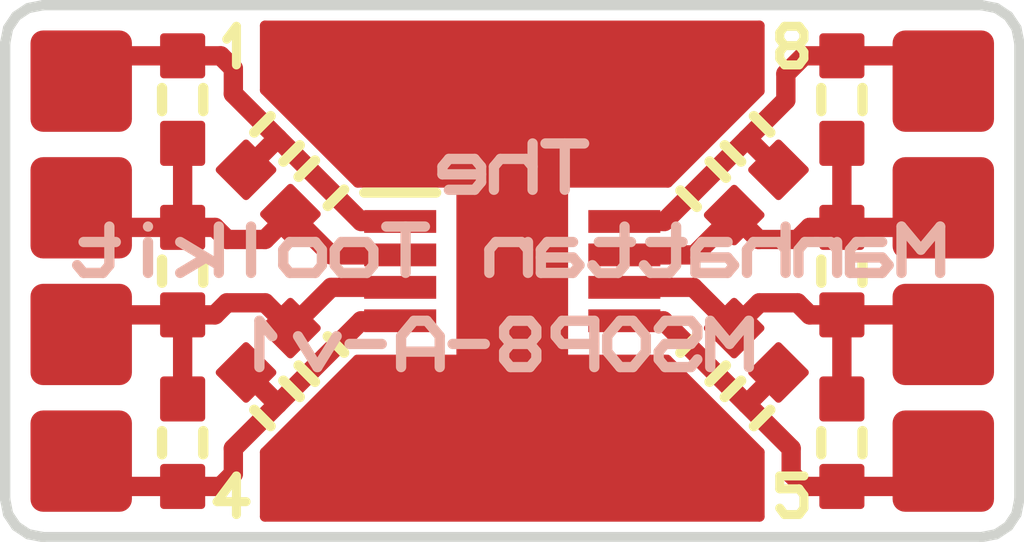
<source format=kicad_pcb>
(kicad_pcb (version 4) (generator "gerbview") (generator_version "8.0")

  (layers 
    (0 F.Cu signal)
    (31 B.Cu signal)
    (32 B.Adhes user)
    (33 F.Adhes user)
    (34 B.Paste user)
    (35 F.Paste user)
    (36 B.SilkS user)
    (37 F.SilkS user)
    (38 B.Mask user)
    (39 F.Mask user)
    (40 Dwgs.User user)
    (41 Cmts.User user)
    (42 Eco1.User user)
    (43 Eco2.User user)
    (44 Edge.Cuts user)
  )

(gr_line (start 19.25 0) (end 0.75 0) (layer Edge.Cuts) (width 0.2032))
(gr_line (start 0.75 -10.5) (end 19.25 -10.5) (layer Edge.Cuts) (width 0.2032))
(gr_line (start 20 -9.75) (end 20 -0.75) (layer Edge.Cuts) (width 0.2032))
(gr_line (start 0 -9.75) (end 0 -0.75) (layer Edge.Cuts) (width 0.2032))
(gr_line (start 0 -0.75) (end 0.05786 -0.45483) (layer Edge.Cuts) (width 0.2032))
(gr_line (start 0.05786 -0.45483) (end 0.2168 -0.2168) (layer Edge.Cuts) (width 0.2032))
(gr_line (start 0.2168 -0.2168) (end 0.45483 -0.05786) (layer Edge.Cuts) (width 0.2032))
(gr_line (start 0.45483 -0.05786) (end 0.75 0) (layer Edge.Cuts) (width 0.2032))
(gr_line (start 20 -0.75) (end 19.94214 -0.45483) (layer Edge.Cuts) (width 0.2032))
(gr_line (start 19.94214 -0.45483) (end 19.7832 -0.2168) (layer Edge.Cuts) (width 0.2032))
(gr_line (start 19.7832 -0.2168) (end 19.54516 -0.05786) (layer Edge.Cuts) (width 0.2032))
(gr_line (start 19.54516 -0.05786) (end 19.25 0) (layer Edge.Cuts) (width 0.2032))
(gr_line (start 19.25 -10.5) (end 19.54516 -10.44214) (layer Edge.Cuts) (width 0.2032))
(gr_line (start 19.54516 -10.44214) (end 19.7832 -10.2832) (layer Edge.Cuts) (width 0.2032))
(gr_line (start 19.7832 -10.2832) (end 19.94214 -10.04516) (layer Edge.Cuts) (width 0.2032))
(gr_line (start 19.94214 -10.04516) (end 20 -9.75) (layer Edge.Cuts) (width 0.2032))
(gr_line (start 0.75 -10.5) (end 0.45483 -10.44214) (layer Edge.Cuts) (width 0.2032))
(gr_line (start 0.45483 -10.44214) (end 0.2168 -10.2832) (layer Edge.Cuts) (width 0.2032))
(gr_line (start 0.2168 -10.2832) (end 0.05786 -10.04516) (layer Edge.Cuts) (width 0.2032))
(gr_line (start 0.05786 -10.04516) (end 0 -9.75) (layer Edge.Cuts) (width 0.2032))
(gr_line (start 4.37029 -9.82819) (end 4.56079 -10.08219) (layer F.SilkS) (width 0.1778))
(gr_line (start 4.56079 -10.08219) (end 4.56079 -9.32019) (layer F.SilkS) (width 0.1778))
(gr_line (start 4.75129 -0.69919) (end 4.17979 -0.69919) (layer F.SilkS) (width 0.1778))
(gr_line (start 4.17979 -0.69919) (end 4.56079 -1.20719) (layer F.SilkS) (width 0.1778))
(gr_line (start 4.56079 -1.20719) (end 4.56079 -0.44519) (layer F.SilkS) (width 0.1778))
(gr_line (start 15.75129 -1.20719) (end 15.27504 -1.20719) (layer F.SilkS) (width 0.1778))
(gr_line (start 15.27504 -1.20719) (end 15.27504 -0.95319) (layer F.SilkS) (width 0.1778))
(gr_line (start 15.27504 -0.95319) (end 15.65604 -0.95319) (layer F.SilkS) (width 0.1778))
(gr_line (start 15.65604 -0.95319) (end 15.75129 -0.82619) (layer F.SilkS) (width 0.1778))
(gr_line (start 15.75129 -0.82619) (end 15.75129 -0.57219) (layer F.SilkS) (width 0.1778))
(gr_line (start 15.75129 -0.57219) (end 15.65604 -0.44519) (layer F.SilkS) (width 0.1778))
(gr_line (start 15.65604 -0.44519) (end 15.37029 -0.44519) (layer F.SilkS) (width 0.1778))
(gr_line (start 15.37029 -0.44519) (end 15.27504 -0.57219) (layer F.SilkS) (width 0.1778))
(gr_line (start 15.37029 -9.70119) (end 15.27504 -9.82819) (layer F.SilkS) (width 0.1778))
(gr_line (start 15.27504 -9.82819) (end 15.27504 -9.95519) (layer F.SilkS) (width 0.1778))
(gr_line (start 15.27504 -9.95519) (end 15.37029 -10.08219) (layer F.SilkS) (width 0.1778))
(gr_line (start 15.37029 -10.08219) (end 15.65604 -10.08219) (layer F.SilkS) (width 0.1778))
(gr_line (start 15.65604 -10.08219) (end 15.75129 -9.95519) (layer F.SilkS) (width 0.1778))
(gr_line (start 15.75129 -9.95519) (end 15.75129 -9.82819) (layer F.SilkS) (width 0.1778))
(gr_line (start 15.75129 -9.82819) (end 15.65604 -9.70119) (layer F.SilkS) (width 0.1778))
(gr_line (start 15.65604 -9.70119) (end 15.37029 -9.70119) (layer F.SilkS) (width 0.1778))
(gr_line (start 15.37029 -9.70119) (end 15.27504 -9.57419) (layer F.SilkS) (width 0.1778))
(gr_line (start 15.27504 -9.57419) (end 15.27504 -9.44719) (layer F.SilkS) (width 0.1778))
(gr_line (start 15.27504 -9.44719) (end 15.37029 -9.32019) (layer F.SilkS) (width 0.1778))
(gr_line (start 15.37029 -9.32019) (end 15.65604 -9.32019) (layer F.SilkS) (width 0.1778))
(gr_line (start 15.65604 -9.32019) (end 15.75129 -9.44719) (layer F.SilkS) (width 0.1778))
(gr_line (start 15.75129 -9.44719) (end 15.75129 -9.57419) (layer F.SilkS) (width 0.1778))
(gr_line (start 15.75129 -9.57419) (end 15.65604 -9.70119) (layer F.SilkS) (width 0.1778))
(gr_line (start 7.08 -6.8) (end 8.5 -6.8) (layer F.SilkS) (width 0.2))
(gr_line (start 4.91164 -7.98638) (end 5.23493 -8.30967) (layer F.SilkS) (width 0.2032))
(gr_line (start 5.48638 -7.41164) (end 5.80967 -7.73493) (layer F.SilkS) (width 0.2032))
(gr_line (start 5.78664 -7.11138) (end 6.10993 -7.43467) (layer F.SilkS) (width 0.2032))
(gr_line (start 6.36138 -6.53664) (end 6.68467 -6.85993) (layer F.SilkS) (width 0.2032))
(gr_line (start 6.36138 -3.96336) (end 6.68467 -3.64007) (layer F.SilkS) (width 0.2032))
(gr_line (start 5.78664 -3.38862) (end 6.10993 -3.06533) (layer F.SilkS) (width 0.2032))
(gr_line (start 5.48638 -3.08836) (end 5.80967 -2.76507) (layer F.SilkS) (width 0.2032))
(gr_line (start 4.91164 -2.51362) (end 5.23493 -2.19033) (layer F.SilkS) (width 0.2032))
(gr_line (start 3.9064 -8.865) (end 3.9064 -8.4078) (layer F.SilkS) (width 0.2032))
(gr_line (start 3.0936 -8.865) (end 3.0936 -8.4078) (layer F.SilkS) (width 0.2032))
(gr_line (start 3.9064 -5.4787) (end 3.9064 -5.0215) (layer F.SilkS) (width 0.2032))
(gr_line (start 3.0936 -5.4787) (end 3.0936 -5.0215) (layer F.SilkS) (width 0.2032))
(gr_line (start 3.9064 -2.0922) (end 3.9064 -1.635) (layer F.SilkS) (width 0.2032))
(gr_line (start 3.0936 -2.0922) (end 3.0936 -1.635) (layer F.SilkS) (width 0.2032))
(gr_line (start 14.51362 -7.41164) (end 14.19033 -7.73493) (layer F.SilkS) (width 0.2032))
(gr_line (start 15.08836 -7.98638) (end 14.76507 -8.30967) (layer F.SilkS) (width 0.2032))
(gr_line (start 13.64007 -6.5181) (end 13.31678 -6.84139) (layer F.SilkS) (width 0.2032))
(gr_line (start 14.21481 -7.09284) (end 13.89152 -7.41613) (layer F.SilkS) (width 0.2032))
(gr_line (start 14.21336 -3.38862) (end 13.89007 -3.06533) (layer F.SilkS) (width 0.2032))
(gr_line (start 13.63862 -3.96336) (end 13.31533 -3.64007) (layer F.SilkS) (width 0.2032))
(gr_line (start 15.08836 -2.51362) (end 14.76507 -2.19033) (layer F.SilkS) (width 0.2032))
(gr_line (start 14.51362 -3.08836) (end 14.19033 -2.76507) (layer F.SilkS) (width 0.2032))
(gr_line (start 16.9064 -8.865) (end 16.9064 -8.4078) (layer F.SilkS) (width 0.2032))
(gr_line (start 16.0936 -8.865) (end 16.0936 -8.4078) (layer F.SilkS) (width 0.2032))
(gr_line (start 16.9064 -5.4787) (end 16.9064 -5.0215) (layer F.SilkS) (width 0.2032))
(gr_line (start 16.0936 -5.4787) (end 16.0936 -5.0215) (layer F.SilkS) (width 0.2032))
(gr_line (start 16.9064 -2.0922) (end 16.9064 -1.635) (layer F.SilkS) (width 0.2032))
(gr_line (start 16.0936 -2.0922) (end 16.0936 -1.635) (layer F.SilkS) (width 0.2032))
(gr_poly (pts  (xy 2.30112 -8.00497) (xy 2.34839 -8.01929) (xy 2.3909 -8.04202)
 (xy 2.42773 -8.07227) (xy 2.45797 -8.1091) (xy 2.48071 -8.15161) (xy 2.49503 -8.19888)
 (xy 2.5 -8.25) (xy 2.5 -9.75) (xy 2.49503 -9.80112) (xy 2.48071 -9.84839)
 (xy 2.45797 -9.8909) (xy 2.42773 -9.92773) (xy 2.3909 -9.95798) (xy 2.34839 -9.98071)
 (xy 2.30112 -9.99503) (xy 2.25 -10) (xy 0.75 -10) (xy 0.69888 -9.99503)
 (xy 0.65161 -9.98071) (xy 0.6091 -9.95798) (xy 0.57227 -9.92773) (xy 0.54203 -9.8909)
 (xy 0.51929 -9.84839) (xy 0.50497 -9.80112) (xy 0.5 -9.75) (xy 0.5 -8.25)
 (xy 0.50497 -8.19888) (xy 0.51929 -8.15161) (xy 0.54203 -8.1091) (xy 0.57227 -8.07227)
 (xy 0.6091 -8.04202) (xy 0.65161 -8.01929) (xy 0.69888 -8.00497) (xy 0.75 -8)
 (xy 2.25 -8))(layer F.Mask) (width 0) )
(gr_poly (pts  (xy 2.30112 -5.50497) (xy 2.34839 -5.51929) (xy 2.3909 -5.54202)
 (xy 2.42773 -5.57227) (xy 2.45797 -5.6091) (xy 2.48071 -5.65161) (xy 2.49503 -5.69888)
 (xy 2.5 -5.75) (xy 2.5 -7.25) (xy 2.49503 -7.30112) (xy 2.48071 -7.34839)
 (xy 2.45797 -7.3909) (xy 2.42773 -7.42773) (xy 2.3909 -7.45798) (xy 2.34839 -7.48071)
 (xy 2.30112 -7.49503) (xy 2.25 -7.5) (xy 0.75 -7.5) (xy 0.69888 -7.49503)
 (xy 0.65161 -7.48071) (xy 0.6091 -7.45798) (xy 0.57227 -7.42773) (xy 0.54203 -7.3909)
 (xy 0.51929 -7.34839) (xy 0.50497 -7.30112) (xy 0.5 -7.25) (xy 0.5 -5.75)
 (xy 0.50497 -5.69888) (xy 0.51929 -5.65161) (xy 0.54203 -5.6091) (xy 0.57227 -5.57227)
 (xy 0.6091 -5.54202) (xy 0.65161 -5.51929) (xy 0.69888 -5.50497) (xy 0.75 -5.5)
 (xy 2.25 -5.5))(layer F.Mask) (width 0) )
(gr_poly (pts  (xy 2.30112 -3.00497) (xy 2.34839 -3.01929) (xy 2.3909 -3.04202)
 (xy 2.42773 -3.07227) (xy 2.45797 -3.1091) (xy 2.48071 -3.15161) (xy 2.49503 -3.19888)
 (xy 2.5 -3.25) (xy 2.5 -4.75) (xy 2.49503 -4.80112) (xy 2.48071 -4.84839)
 (xy 2.45797 -4.8909) (xy 2.42773 -4.92773) (xy 2.3909 -4.95798) (xy 2.34839 -4.98071)
 (xy 2.30112 -4.99503) (xy 2.25 -5) (xy 0.75 -5) (xy 0.69888 -4.99503)
 (xy 0.65161 -4.98071) (xy 0.6091 -4.95798) (xy 0.57227 -4.92773) (xy 0.54203 -4.8909)
 (xy 0.51929 -4.84839) (xy 0.50497 -4.80112) (xy 0.5 -4.75) (xy 0.5 -3.25)
 (xy 0.50497 -3.19888) (xy 0.51929 -3.15161) (xy 0.54203 -3.1091) (xy 0.57227 -3.07227)
 (xy 0.6091 -3.04202) (xy 0.65161 -3.01929) (xy 0.69888 -3.00497) (xy 0.75 -3)
 (xy 2.25 -3))(layer F.Mask) (width 0) )
(gr_poly (pts  (xy 2.30112 -0.50497) (xy 2.34839 -0.51929) (xy 2.3909 -0.54202)
 (xy 2.42773 -0.57227) (xy 2.45797 -0.6091) (xy 2.48071 -0.65161) (xy 2.49503 -0.69888)
 (xy 2.5 -0.75) (xy 2.5 -2.25) (xy 2.49503 -2.30112) (xy 2.48071 -2.34839)
 (xy 2.45797 -2.3909) (xy 2.42773 -2.42773) (xy 2.3909 -2.45798) (xy 2.34839 -2.48071)
 (xy 2.30112 -2.49503) (xy 2.25 -2.5) (xy 0.75 -2.5) (xy 0.69888 -2.49503)
 (xy 0.65161 -2.48071) (xy 0.6091 -2.45798) (xy 0.57227 -2.42773) (xy 0.54203 -2.3909)
 (xy 0.51929 -2.34839) (xy 0.50497 -2.30112) (xy 0.5 -2.25) (xy 0.5 -0.75)
 (xy 0.50497 -0.69888) (xy 0.51929 -0.65161) (xy 0.54203 -0.6091) (xy 0.57227 -0.57227)
 (xy 0.6091 -0.54202) (xy 0.65161 -0.51929) (xy 0.69888 -0.50497) (xy 0.75 -0.5)
 (xy 2.25 -0.5))(layer F.Mask) (width 0) )
(gr_poly (pts  (xy 19.30112 -0.50497) (xy 19.34839 -0.51929) (xy 19.3909 -0.54202)
 (xy 19.42773 -0.57227) (xy 19.45797 -0.6091) (xy 19.48071 -0.65161) (xy 19.49503 -0.69888)
 (xy 19.5 -0.75) (xy 19.5 -2.25) (xy 19.49503 -2.30112) (xy 19.48071 -2.34839)
 (xy 19.45797 -2.3909) (xy 19.42773 -2.42773) (xy 19.3909 -2.45798) (xy 19.34839 -2.48071)
 (xy 19.30112 -2.49503) (xy 19.25 -2.5) (xy 17.75 -2.5) (xy 17.69888 -2.49503)
 (xy 17.65161 -2.48071) (xy 17.6091 -2.45798) (xy 17.57227 -2.42773) (xy 17.54203 -2.3909)
 (xy 17.51929 -2.34839) (xy 17.50497 -2.30112) (xy 17.5 -2.25) (xy 17.5 -0.75)
 (xy 17.50497 -0.69888) (xy 17.51929 -0.65161) (xy 17.54203 -0.6091) (xy 17.57227 -0.57227)
 (xy 17.6091 -0.54202) (xy 17.65161 -0.51929) (xy 17.69888 -0.50497) (xy 17.75 -0.5)
 (xy 19.25 -0.5))(layer F.Mask) (width 0) )
(gr_poly (pts  (xy 19.30112 -3.00497) (xy 19.34839 -3.01929) (xy 19.3909 -3.04202)
 (xy 19.42773 -3.07227) (xy 19.45797 -3.1091) (xy 19.48071 -3.15161) (xy 19.49503 -3.19888)
 (xy 19.5 -3.25) (xy 19.5 -4.75) (xy 19.49503 -4.80112) (xy 19.48071 -4.84839)
 (xy 19.45797 -4.8909) (xy 19.42773 -4.92773) (xy 19.3909 -4.95798) (xy 19.34839 -4.98071)
 (xy 19.30112 -4.99503) (xy 19.25 -5) (xy 17.75 -5) (xy 17.69888 -4.99503)
 (xy 17.65161 -4.98071) (xy 17.6091 -4.95798) (xy 17.57227 -4.92773) (xy 17.54203 -4.8909)
 (xy 17.51929 -4.84839) (xy 17.50497 -4.80112) (xy 17.5 -4.75) (xy 17.5 -3.25)
 (xy 17.50497 -3.19888) (xy 17.51929 -3.15161) (xy 17.54203 -3.1091) (xy 17.57227 -3.07227)
 (xy 17.6091 -3.04202) (xy 17.65161 -3.01929) (xy 17.69888 -3.00497) (xy 17.75 -3)
 (xy 19.25 -3))(layer F.Mask) (width 0) )
(gr_poly (pts  (xy 19.30112 -5.50497) (xy 19.34839 -5.51929) (xy 19.3909 -5.54202)
 (xy 19.42773 -5.57227) (xy 19.45797 -5.6091) (xy 19.48071 -5.65161) (xy 19.49503 -5.69888)
 (xy 19.5 -5.75) (xy 19.5 -7.25) (xy 19.49503 -7.30112) (xy 19.48071 -7.34839)
 (xy 19.45797 -7.3909) (xy 19.42773 -7.42773) (xy 19.3909 -7.45798) (xy 19.34839 -7.48071)
 (xy 19.30112 -7.49503) (xy 19.25 -7.5) (xy 17.75 -7.5) (xy 17.69888 -7.49503)
 (xy 17.65161 -7.48071) (xy 17.6091 -7.45798) (xy 17.57227 -7.42773) (xy 17.54203 -7.3909)
 (xy 17.51929 -7.34839) (xy 17.50497 -7.30112) (xy 17.5 -7.25) (xy 17.5 -5.75)
 (xy 17.50497 -5.69888) (xy 17.51929 -5.65161) (xy 17.54203 -5.6091) (xy 17.57227 -5.57227)
 (xy 17.6091 -5.54202) (xy 17.65161 -5.51929) (xy 17.69888 -5.50497) (xy 17.75 -5.5)
 (xy 19.25 -5.5))(layer F.Mask) (width 0) )
(gr_poly (pts  (xy 19.30112 -8.00497) (xy 19.34839 -8.01929) (xy 19.3909 -8.04202)
 (xy 19.42773 -8.07227) (xy 19.45797 -8.1091) (xy 19.48071 -8.15161) (xy 19.49503 -8.19888)
 (xy 19.5 -8.25) (xy 19.5 -9.75) (xy 19.49503 -9.80112) (xy 19.48071 -9.84839)
 (xy 19.45797 -9.8909) (xy 19.42773 -9.92773) (xy 19.3909 -9.95798) (xy 19.34839 -9.98071)
 (xy 19.30112 -9.99503) (xy 19.25 -10) (xy 17.75 -10) (xy 17.69888 -9.99503)
 (xy 17.65161 -9.98071) (xy 17.6091 -9.95798) (xy 17.57227 -9.92773) (xy 17.54203 -9.8909)
 (xy 17.51929 -9.84839) (xy 17.50497 -9.80112) (xy 17.5 -9.75) (xy 17.5 -8.25)
 (xy 17.50497 -8.19888) (xy 17.51929 -8.15161) (xy 17.54203 -8.1091) (xy 17.57227 -8.07227)
 (xy 17.6091 -8.04202) (xy 17.65161 -8.01929) (xy 17.69888 -8.00497) (xy 17.75 -8)
 (xy 19.25 -8))(layer F.Mask) (width 0) )
(gr_poly (pts  (xy 10.80112 -0.50497) (xy 10.84839 -0.51929) (xy 10.8909 -0.54202)
 (xy 10.92773 -0.57227) (xy 10.95797 -0.6091) (xy 10.98071 -0.65161) (xy 10.99503 -0.69888)
 (xy 11 -0.75) (xy 11 -2.25) (xy 10.99503 -2.30112) (xy 10.98071 -2.34839)
 (xy 10.95797 -2.3909) (xy 10.92773 -2.42773) (xy 10.8909 -2.45798) (xy 10.84839 -2.48071)
 (xy 10.80112 -2.49503) (xy 10.75 -2.5) (xy 9.25 -2.5) (xy 9.19888 -2.49503)
 (xy 9.15161 -2.48071) (xy 9.1091 -2.45798) (xy 9.07227 -2.42773) (xy 9.04203 -2.3909)
 (xy 9.01929 -2.34839) (xy 9.00497 -2.30112) (xy 9 -2.25) (xy 9 -0.75)
 (xy 9.00497 -0.69888) (xy 9.01929 -0.65161) (xy 9.04203 -0.6091) (xy 9.07227 -0.57227)
 (xy 9.1091 -0.54202) (xy 9.15161 -0.51929) (xy 9.19888 -0.50497) (xy 9.25 -0.5)
 (xy 10.75 -0.5))(layer F.Mask) (width 0) )
(gr_poly (pts  (xy 8.5 -6.455) (xy 7.08 -6.455) (xy 7.08 -6.005)
 (xy 8.5 -6.005))(layer F.Mask) (width 0) )
(gr_poly (pts  (xy 8.5 -5.795) (xy 7.08 -5.795) (xy 7.08 -5.345)
 (xy 8.5 -5.345))(layer F.Mask) (width 0) )
(gr_poly (pts  (xy 8.5 -5.155) (xy 7.08 -5.155) (xy 7.08 -4.705)
 (xy 8.5 -4.705))(layer F.Mask) (width 0) )
(gr_poly (pts  (xy 8.5 -4.495) (xy 7.08 -4.495) (xy 7.08 -4.045)
 (xy 8.5 -4.045))(layer F.Mask) (width 0) )
(gr_poly (pts  (xy 12.92 -4.495) (xy 11.5 -4.495) (xy 11.5 -4.045)
 (xy 12.92 -4.045))(layer F.Mask) (width 0) )
(gr_poly (pts  (xy 12.92 -5.155) (xy 11.5 -5.155) (xy 11.5 -4.705)
 (xy 12.92 -4.705))(layer F.Mask) (width 0) )
(gr_poly (pts  (xy 12.92 -5.795) (xy 11.5 -5.795) (xy 11.5 -5.345)
 (xy 12.92 -5.345))(layer F.Mask) (width 0) )
(gr_poly (pts  (xy 12.92 -6.455) (xy 11.5 -6.455) (xy 11.5 -6.005)
 (xy 12.92 -6.005))(layer F.Mask) (width 0) )
(gr_poly (pts  (xy 10.84 -6.19) (xy 9.16 -6.19) (xy 9.16 -4.31)
 (xy 10.84 -4.31))(layer F.Mask) (width 0) )
(gr_poly (pts  (xy 4.77409 -6.60382) (xy 4.79753 -6.61093) (xy 4.81965 -6.62277)
 (xy 4.8398 -6.63934) (xy 5.36066 -7.1602) (xy 5.37723 -7.18035) (xy 5.38907 -7.20247)
 (xy 5.39618 -7.22591) (xy 5.39854 -7.25) (xy 5.39617 -7.2741) (xy 5.38907 -7.29753)
 (xy 5.37723 -7.31965) (xy 5.36066 -7.3398) (xy 4.8398 -7.86066) (xy 4.81965 -7.87723)
 (xy 4.79753 -7.88907) (xy 4.7741 -7.89617) (xy 4.75 -7.89854) (xy 4.72591 -7.89618)
 (xy 4.70247 -7.88907) (xy 4.68035 -7.87723) (xy 4.6602 -7.86066) (xy 4.13934 -7.3398)
 (xy 4.12277 -7.31965) (xy 4.11093 -7.29753) (xy 4.10382 -7.27409) (xy 4.10146 -7.25)
 (xy 4.10383 -7.2259) (xy 4.11093 -7.20247) (xy 4.12277 -7.18035) (xy 4.13934 -7.1602)
 (xy 4.6602 -6.63934) (xy 4.68035 -6.62277) (xy 4.70247 -6.61093) (xy 4.7259 -6.60383)
 (xy 4.75 -6.60146))(layer F.Mask) (width 0) )
(gr_poly (pts  (xy 5.9954 -7.82513) (xy 6.01884 -7.83224) (xy 6.04096 -7.84408)
 (xy 6.06111 -7.86065) (xy 6.58197 -8.38151) (xy 6.59854 -8.40166) (xy 6.61038 -8.42378)
 (xy 6.61749 -8.44722) (xy 6.61985 -8.47131) (xy 6.61748 -8.49541) (xy 6.61038 -8.51884)
 (xy 6.59854 -8.54096) (xy 6.58197 -8.56111) (xy 6.06111 -9.08197) (xy 6.04096 -9.09854)
 (xy 6.01884 -9.11038) (xy 5.99541 -9.11748) (xy 5.97131 -9.11985) (xy 5.94722 -9.11749)
 (xy 5.92378 -9.11038) (xy 5.90166 -9.09854) (xy 5.88151 -9.08197) (xy 5.36065 -8.56111)
 (xy 5.34408 -8.54096) (xy 5.33224 -8.51884) (xy 5.32513 -8.4954) (xy 5.32277 -8.47131)
 (xy 5.32514 -8.44721) (xy 5.33224 -8.42378) (xy 5.34408 -8.40166) (xy 5.36065 -8.38151)
 (xy 5.88151 -7.86065) (xy 5.90166 -7.84408) (xy 5.92378 -7.83224) (xy 5.94721 -7.82514)
 (xy 5.97131 -7.82277))(layer F.Mask) (width 0) )
(gr_poly (pts  (xy 5.64909 -5.72882) (xy 5.67253 -5.73593) (xy 5.69465 -5.74777)
 (xy 5.7148 -5.76434) (xy 6.23566 -6.2852) (xy 6.25223 -6.30535) (xy 6.26407 -6.32747)
 (xy 6.27118 -6.35091) (xy 6.27354 -6.375) (xy 6.27117 -6.3991) (xy 6.26407 -6.42253)
 (xy 6.25223 -6.44465) (xy 6.23566 -6.4648) (xy 5.7148 -6.98566) (xy 5.69465 -7.00223)
 (xy 5.67253 -7.01407) (xy 5.6491 -7.02117) (xy 5.625 -7.02354) (xy 5.60091 -7.02118)
 (xy 5.57747 -7.01407) (xy 5.55535 -7.00223) (xy 5.5352 -6.98566) (xy 5.01434 -6.4648)
 (xy 4.99777 -6.44465) (xy 4.98593 -6.42253) (xy 4.97882 -6.39909) (xy 4.97646 -6.375)
 (xy 4.97883 -6.3509) (xy 4.98593 -6.32747) (xy 4.99777 -6.30535) (xy 5.01434 -6.2852)
 (xy 5.5352 -5.76434) (xy 5.55535 -5.74777) (xy 5.57747 -5.73593) (xy 5.6009 -5.72883)
 (xy 5.625 -5.72646))(layer F.Mask) (width 0) )
(gr_poly (pts  (xy 6.8704 -6.95013) (xy 6.89384 -6.95724) (xy 6.91596 -6.96908)
 (xy 6.93611 -6.98565) (xy 7.45697 -7.50651) (xy 7.47354 -7.52666) (xy 7.48538 -7.54878)
 (xy 7.49249 -7.57222) (xy 7.49485 -7.59631) (xy 7.49248 -7.62041) (xy 7.48538 -7.64384)
 (xy 7.47354 -7.66596) (xy 7.45697 -7.68611) (xy 6.93611 -8.20697) (xy 6.91596 -8.22354)
 (xy 6.89384 -8.23538) (xy 6.87041 -8.24248) (xy 6.84631 -8.24485) (xy 6.82222 -8.24249)
 (xy 6.79878 -8.23538) (xy 6.77666 -8.22354) (xy 6.75651 -8.20697) (xy 6.23565 -7.68611)
 (xy 6.21908 -7.66596) (xy 6.20724 -7.64384) (xy 6.20013 -7.6204) (xy 6.19777 -7.59631)
 (xy 6.20014 -7.57221) (xy 6.20724 -7.54878) (xy 6.21908 -7.52666) (xy 6.23565 -7.50651)
 (xy 6.75651 -6.98565) (xy 6.77666 -6.96908) (xy 6.79878 -6.95724) (xy 6.82221 -6.95014)
 (xy 6.84631 -6.94777))(layer F.Mask) (width 0) )
(gr_poly (pts  (xy 5.6491 -3.47883) (xy 5.67253 -3.48593) (xy 5.69465 -3.49777)
 (xy 5.7148 -3.51434) (xy 6.23566 -4.0352) (xy 6.25223 -4.05535) (xy 6.26407 -4.07747)
 (xy 6.27117 -4.1009) (xy 6.27354 -4.125) (xy 6.27118 -4.14909) (xy 6.26407 -4.17253)
 (xy 6.25223 -4.19465) (xy 6.23566 -4.2148) (xy 5.7148 -4.73566) (xy 5.69465 -4.75223)
 (xy 5.67253 -4.76407) (xy 5.64909 -4.77118) (xy 5.625 -4.77354) (xy 5.6009 -4.77117)
 (xy 5.57747 -4.76407) (xy 5.55535 -4.75223) (xy 5.5352 -4.73566) (xy 5.01434 -4.2148)
 (xy 4.99777 -4.19465) (xy 4.98593 -4.17253) (xy 4.97883 -4.1491) (xy 4.97646 -4.125)
 (xy 4.97882 -4.10091) (xy 4.98593 -4.07747) (xy 4.99777 -4.05535) (xy 5.01434 -4.0352)
 (xy 5.5352 -3.51434) (xy 5.55535 -3.49777) (xy 5.57747 -3.48593) (xy 5.60091 -3.47882)
 (xy 5.625 -3.47646))(layer F.Mask) (width 0) )
(gr_poly (pts  (xy 6.87042 -2.25752) (xy 6.89385 -2.26462) (xy 6.91597 -2.27646)
 (xy 6.93612 -2.29303) (xy 7.45698 -2.81389) (xy 7.47355 -2.83404) (xy 7.48539 -2.85616)
 (xy 7.49249 -2.87959) (xy 7.49486 -2.90369) (xy 7.4925 -2.92778) (xy 7.48539 -2.95122)
 (xy 7.47355 -2.97334) (xy 7.45698 -2.99349) (xy 6.93612 -3.51435) (xy 6.91597 -3.53092)
 (xy 6.89385 -3.54276) (xy 6.87041 -3.54987) (xy 6.84632 -3.55223) (xy 6.82222 -3.54986)
 (xy 6.79879 -3.54276) (xy 6.77667 -3.53092) (xy 6.75652 -3.51435) (xy 6.23566 -2.99349)
 (xy 6.21909 -2.97334) (xy 6.20725 -2.95122) (xy 6.20015 -2.92779) (xy 6.19778 -2.90369)
 (xy 6.20014 -2.8796) (xy 6.20725 -2.85616) (xy 6.21909 -2.83404) (xy 6.23566 -2.81389)
 (xy 6.75652 -2.29303) (xy 6.77667 -2.27646) (xy 6.79879 -2.26462) (xy 6.82223 -2.25751)
 (xy 6.84632 -2.25515))(layer F.Mask) (width 0) )
(gr_poly (pts  (xy 4.7741 -2.60383) (xy 4.79753 -2.61093) (xy 4.81965 -2.62277)
 (xy 4.8398 -2.63934) (xy 5.36066 -3.1602) (xy 5.37723 -3.18035) (xy 5.38907 -3.20247)
 (xy 5.39617 -3.2259) (xy 5.39854 -3.25) (xy 5.39618 -3.27409) (xy 5.38907 -3.29753)
 (xy 5.37723 -3.31965) (xy 5.36066 -3.3398) (xy 4.8398 -3.86066) (xy 4.81965 -3.87723)
 (xy 4.79753 -3.88907) (xy 4.77409 -3.89618) (xy 4.75 -3.89854) (xy 4.7259 -3.89617)
 (xy 4.70247 -3.88907) (xy 4.68035 -3.87723) (xy 4.6602 -3.86066) (xy 4.13934 -3.3398)
 (xy 4.12277 -3.31965) (xy 4.11093 -3.29753) (xy 4.10383 -3.2741) (xy 4.10146 -3.25)
 (xy 4.10382 -3.22591) (xy 4.11093 -3.20247) (xy 4.12277 -3.18035) (xy 4.13934 -3.1602)
 (xy 4.6602 -2.63934) (xy 4.68035 -2.62277) (xy 4.70247 -2.61093) (xy 4.72591 -2.60382)
 (xy 4.75 -2.60146))(layer F.Mask) (width 0) )
(gr_poly (pts  (xy 5.99541 -1.38252) (xy 6.01884 -1.38962) (xy 6.04096 -1.40146)
 (xy 6.06111 -1.41803) (xy 6.58197 -1.93889) (xy 6.59854 -1.95904) (xy 6.61038 -1.98116)
 (xy 6.61748 -2.00459) (xy 6.61985 -2.02869) (xy 6.61749 -2.05278) (xy 6.61038 -2.07622)
 (xy 6.59854 -2.09834) (xy 6.58197 -2.11849) (xy 6.06111 -2.63935) (xy 6.04096 -2.65592)
 (xy 6.01884 -2.66776) (xy 5.9954 -2.67487) (xy 5.97131 -2.67723) (xy 5.94721 -2.67486)
 (xy 5.92378 -2.66776) (xy 5.90166 -2.65592) (xy 5.88151 -2.63935) (xy 5.36065 -2.11849)
 (xy 5.34408 -2.09834) (xy 5.33224 -2.07622) (xy 5.32514 -2.05279) (xy 5.32277 -2.02869)
 (xy 5.32513 -2.0046) (xy 5.33224 -1.98116) (xy 5.34408 -1.95904) (xy 5.36065 -1.93889)
 (xy 5.88151 -1.41803) (xy 5.90166 -1.40146) (xy 5.92378 -1.38962) (xy 5.94722 -1.38251)
 (xy 5.97131 -1.38015))(layer F.Mask) (width 0) )
(gr_poly (pts  (xy 3.89427 -9.00723) (xy 3.91828 -9.0145) (xy 3.93987 -9.02605)
 (xy 3.95859 -9.04141) (xy 3.97395 -9.06012) (xy 3.9855 -9.08172) (xy 3.99277 -9.10573)
 (xy 3.9953 -9.1317) (xy 3.9953 -9.8683) (xy 3.99277 -9.89427) (xy 3.9855 -9.91828)
 (xy 3.97395 -9.93988) (xy 3.95859 -9.95859) (xy 3.93987 -9.97395) (xy 3.91828 -9.9855)
 (xy 3.89427 -9.99277) (xy 3.8683 -9.9953) (xy 3.1317 -9.9953) (xy 3.10573 -9.99277)
 (xy 3.08172 -9.9855) (xy 3.06013 -9.97395) (xy 3.04141 -9.95859) (xy 3.02605 -9.93988)
 (xy 3.0145 -9.91828) (xy 3.00723 -9.89427) (xy 3.0047 -9.8683) (xy 3.0047 -9.1317)
 (xy 3.00723 -9.10573) (xy 3.0145 -9.08172) (xy 3.02605 -9.06012) (xy 3.04141 -9.04141)
 (xy 3.06013 -9.02605) (xy 3.08172 -9.0145) (xy 3.10573 -9.00723) (xy 3.1317 -9.0047)
 (xy 3.8683 -9.0047))(layer F.Mask) (width 0) )
(gr_poly (pts  (xy 3.89427 -7.28003) (xy 3.91828 -7.2873) (xy 3.93987 -7.29885)
 (xy 3.95859 -7.31421) (xy 3.97395 -7.33292) (xy 3.9855 -7.35452) (xy 3.99277 -7.37853)
 (xy 3.9953 -7.4045) (xy 3.9953 -8.1411) (xy 3.99277 -8.16707) (xy 3.9855 -8.19108)
 (xy 3.97395 -8.21268) (xy 3.95859 -8.23139) (xy 3.93987 -8.24675) (xy 3.91828 -8.2583)
 (xy 3.89427 -8.26557) (xy 3.8683 -8.2681) (xy 3.1317 -8.2681) (xy 3.10573 -8.26557)
 (xy 3.08172 -8.2583) (xy 3.06013 -8.24675) (xy 3.04141 -8.23139) (xy 3.02605 -8.21268)
 (xy 3.0145 -8.19108) (xy 3.00723 -8.16707) (xy 3.0047 -8.1411) (xy 3.0047 -7.4045)
 (xy 3.00723 -7.37853) (xy 3.0145 -7.35452) (xy 3.02605 -7.33292) (xy 3.04141 -7.31421)
 (xy 3.06013 -7.29885) (xy 3.08172 -7.2873) (xy 3.10573 -7.28003) (xy 3.1317 -7.2775)
 (xy 3.8683 -7.2775))(layer F.Mask) (width 0) )
(gr_poly (pts  (xy 3.89427 -5.62093) (xy 3.91828 -5.6282) (xy 3.93987 -5.63975)
 (xy 3.95859 -5.65511) (xy 3.97395 -5.67382) (xy 3.9855 -5.69542) (xy 3.99277 -5.71943)
 (xy 3.9953 -5.7454) (xy 3.9953 -6.482) (xy 3.99277 -6.50797) (xy 3.9855 -6.53198)
 (xy 3.97395 -6.55358) (xy 3.95859 -6.57229) (xy 3.93987 -6.58765) (xy 3.91828 -6.5992)
 (xy 3.89427 -6.60647) (xy 3.8683 -6.609) (xy 3.1317 -6.609) (xy 3.10573 -6.60647)
 (xy 3.08172 -6.5992) (xy 3.06013 -6.58765) (xy 3.04141 -6.57229) (xy 3.02605 -6.55358)
 (xy 3.0145 -6.53198) (xy 3.00723 -6.50797) (xy 3.0047 -6.482) (xy 3.0047 -5.7454)
 (xy 3.00723 -5.71943) (xy 3.0145 -5.69542) (xy 3.02605 -5.67382) (xy 3.04141 -5.65511)
 (xy 3.06013 -5.63975) (xy 3.08172 -5.6282) (xy 3.10573 -5.62093) (xy 3.1317 -5.6184)
 (xy 3.8683 -5.6184))(layer F.Mask) (width 0) )
(gr_poly (pts  (xy 3.89427 -3.89373) (xy 3.91828 -3.901) (xy 3.93987 -3.91255)
 (xy 3.95859 -3.92791) (xy 3.97395 -3.94662) (xy 3.9855 -3.96822) (xy 3.99277 -3.99223)
 (xy 3.9953 -4.0182) (xy 3.9953 -4.7548) (xy 3.99277 -4.78077) (xy 3.9855 -4.80478)
 (xy 3.97395 -4.82638) (xy 3.95859 -4.84509) (xy 3.93987 -4.86045) (xy 3.91828 -4.872)
 (xy 3.89427 -4.87927) (xy 3.8683 -4.8818) (xy 3.1317 -4.8818) (xy 3.10573 -4.87927)
 (xy 3.08172 -4.872) (xy 3.06013 -4.86045) (xy 3.04141 -4.84509) (xy 3.02605 -4.82638)
 (xy 3.0145 -4.80478) (xy 3.00723 -4.78077) (xy 3.0047 -4.7548) (xy 3.0047 -4.0182)
 (xy 3.00723 -3.99223) (xy 3.0145 -3.96822) (xy 3.02605 -3.94662) (xy 3.04141 -3.92791)
 (xy 3.06013 -3.91255) (xy 3.08172 -3.901) (xy 3.10573 -3.89373) (xy 3.1317 -3.8912)
 (xy 3.8683 -3.8912))(layer F.Mask) (width 0) )
(gr_poly (pts  (xy 3.89427 -2.23443) (xy 3.91828 -2.2417) (xy 3.93987 -2.25325)
 (xy 3.95859 -2.26861) (xy 3.97395 -2.28732) (xy 3.9855 -2.30892) (xy 3.99277 -2.33293)
 (xy 3.9953 -2.3589) (xy 3.9953 -3.0955) (xy 3.99277 -3.12147) (xy 3.9855 -3.14548)
 (xy 3.97395 -3.16708) (xy 3.95859 -3.18579) (xy 3.93987 -3.20115) (xy 3.91828 -3.2127)
 (xy 3.89427 -3.21997) (xy 3.8683 -3.2225) (xy 3.1317 -3.2225) (xy 3.10573 -3.21997)
 (xy 3.08172 -3.2127) (xy 3.06013 -3.20115) (xy 3.04141 -3.18579) (xy 3.02605 -3.16708)
 (xy 3.0145 -3.14548) (xy 3.00723 -3.12147) (xy 3.0047 -3.0955) (xy 3.0047 -2.3589)
 (xy 3.00723 -2.33293) (xy 3.0145 -2.30892) (xy 3.02605 -2.28732) (xy 3.04141 -2.26861)
 (xy 3.06013 -2.25325) (xy 3.08172 -2.2417) (xy 3.10573 -2.23443) (xy 3.1317 -2.2319)
 (xy 3.8683 -2.2319))(layer F.Mask) (width 0) )
(gr_poly (pts  (xy 3.89427 -0.50723) (xy 3.91828 -0.5145) (xy 3.93987 -0.52605)
 (xy 3.95859 -0.54141) (xy 3.97395 -0.56012) (xy 3.9855 -0.58172) (xy 3.99277 -0.60573)
 (xy 3.9953 -0.6317) (xy 3.9953 -1.3683) (xy 3.99277 -1.39427) (xy 3.9855 -1.41828)
 (xy 3.97395 -1.43988) (xy 3.95859 -1.45859) (xy 3.93987 -1.47395) (xy 3.91828 -1.4855)
 (xy 3.89427 -1.49277) (xy 3.8683 -1.4953) (xy 3.1317 -1.4953) (xy 3.10573 -1.49277)
 (xy 3.08172 -1.4855) (xy 3.06013 -1.47395) (xy 3.04141 -1.45859) (xy 3.02605 -1.43988)
 (xy 3.0145 -1.41828) (xy 3.00723 -1.39427) (xy 3.0047 -1.3683) (xy 3.0047 -0.6317)
 (xy 3.00723 -0.60573) (xy 3.0145 -0.58172) (xy 3.02605 -0.56012) (xy 3.04141 -0.54141)
 (xy 3.06013 -0.52605) (xy 3.08172 -0.5145) (xy 3.10573 -0.50723) (xy 3.1317 -0.5047)
 (xy 3.8683 -0.5047))(layer F.Mask) (width 0) )
(gr_poly (pts  (xy 15.2741 -6.60383) (xy 15.29753 -6.61093) (xy 15.31965 -6.62277)
 (xy 15.3398 -6.63934) (xy 15.86066 -7.1602) (xy 15.87723 -7.18035) (xy 15.88907 -7.20247)
 (xy 15.89617 -7.2259) (xy 15.89854 -7.25) (xy 15.89618 -7.27409) (xy 15.88907 -7.29753)
 (xy 15.87723 -7.31965) (xy 15.86066 -7.3398) (xy 15.3398 -7.86066) (xy 15.31965 -7.87723)
 (xy 15.29753 -7.88907) (xy 15.27409 -7.89618) (xy 15.25 -7.89854) (xy 15.2259 -7.89617)
 (xy 15.20247 -7.88907) (xy 15.18035 -7.87723) (xy 15.1602 -7.86066) (xy 14.63934 -7.3398)
 (xy 14.62277 -7.31965) (xy 14.61093 -7.29753) (xy 14.60383 -7.2741) (xy 14.60146 -7.25)
 (xy 14.60382 -7.22591) (xy 14.61093 -7.20247) (xy 14.62277 -7.18035) (xy 14.63934 -7.1602)
 (xy 15.1602 -6.63934) (xy 15.18035 -6.62277) (xy 15.20247 -6.61093) (xy 15.22591 -6.60382)
 (xy 15.25 -6.60146))(layer F.Mask) (width 0) )
(gr_poly (pts  (xy 14.05279 -7.82514) (xy 14.07622 -7.83224) (xy 14.09834 -7.84408)
 (xy 14.11849 -7.86065) (xy 14.63935 -8.38151) (xy 14.65592 -8.40166) (xy 14.66776 -8.42378)
 (xy 14.67486 -8.44721) (xy 14.67723 -8.47131) (xy 14.67487 -8.4954) (xy 14.66776 -8.51884)
 (xy 14.65592 -8.54096) (xy 14.63935 -8.56111) (xy 14.11849 -9.08197) (xy 14.09834 -9.09854)
 (xy 14.07622 -9.11038) (xy 14.05278 -9.11749) (xy 14.02869 -9.11985) (xy 14.00459 -9.11748)
 (xy 13.98116 -9.11038) (xy 13.95904 -9.09854) (xy 13.93889 -9.08197) (xy 13.41803 -8.56111)
 (xy 13.40146 -8.54096) (xy 13.38962 -8.51884) (xy 13.38252 -8.49541) (xy 13.38015 -8.47131)
 (xy 13.38251 -8.44722) (xy 13.38962 -8.42378) (xy 13.40146 -8.40166) (xy 13.41803 -8.38151)
 (xy 13.93889 -7.86065) (xy 13.95904 -7.84408) (xy 13.98116 -7.83224) (xy 14.0046 -7.82513)
 (xy 14.02869 -7.82277))(layer F.Mask) (width 0) )
(gr_poly (pts  (xy 14.40055 -5.71029) (xy 14.42398 -5.71739) (xy 14.4461 -5.72923)
 (xy 14.46625 -5.7458) (xy 14.98711 -6.26666) (xy 15.00368 -6.28681) (xy 15.01552 -6.30893)
 (xy 15.02262 -6.33236) (xy 15.02499 -6.35646) (xy 15.02263 -6.38055) (xy 15.01552 -6.40399)
 (xy 15.00368 -6.42611) (xy 14.98711 -6.44626) (xy 14.46625 -6.96712) (xy 14.4461 -6.98369)
 (xy 14.42398 -6.99553) (xy 14.40054 -7.00264) (xy 14.37645 -7.005) (xy 14.35235 -7.00263)
 (xy 14.32892 -6.99553) (xy 14.3068 -6.98369) (xy 14.28665 -6.96712) (xy 13.76579 -6.44626)
 (xy 13.74922 -6.42611) (xy 13.73738 -6.40399) (xy 13.73028 -6.38056) (xy 13.72791 -6.35646)
 (xy 13.73027 -6.33237) (xy 13.73738 -6.30893) (xy 13.74922 -6.28681) (xy 13.76579 -6.26666)
 (xy 14.28665 -5.7458) (xy 14.3068 -5.72923) (xy 14.32892 -5.71739) (xy 14.35236 -5.71028)
 (xy 14.37645 -5.70792))(layer F.Mask) (width 0) )
(gr_poly (pts  (xy 13.17924 -6.9316) (xy 13.20267 -6.9387) (xy 13.22479 -6.95054)
 (xy 13.24494 -6.96711) (xy 13.7658 -7.48797) (xy 13.78237 -7.50812) (xy 13.79421 -7.53024)
 (xy 13.80131 -7.55367) (xy 13.80368 -7.57777) (xy 13.80132 -7.60186) (xy 13.79421 -7.6253)
 (xy 13.78237 -7.64742) (xy 13.7658 -7.66757) (xy 13.24494 -8.18843) (xy 13.22479 -8.205)
 (xy 13.20267 -8.21684) (xy 13.17923 -8.22395) (xy 13.15514 -8.22631) (xy 13.13104 -8.22394)
 (xy 13.10761 -8.21684) (xy 13.08549 -8.205) (xy 13.06534 -8.18843) (xy 12.54448 -7.66757)
 (xy 12.52791 -7.64742) (xy 12.51607 -7.6253) (xy 12.50897 -7.60187) (xy 12.5066 -7.57777)
 (xy 12.50896 -7.55368) (xy 12.51607 -7.53024) (xy 12.52791 -7.50812) (xy 12.54448 -7.48797)
 (xy 13.06534 -6.96711) (xy 13.08549 -6.95054) (xy 13.10761 -6.9387) (xy 13.13105 -6.93159)
 (xy 13.15514 -6.92923))(layer F.Mask) (width 0) )
(gr_poly (pts  (xy 14.39909 -3.47882) (xy 14.42253 -3.48593) (xy 14.44465 -3.49777)
 (xy 14.4648 -3.51434) (xy 14.98566 -4.0352) (xy 15.00223 -4.05535) (xy 15.01407 -4.07747)
 (xy 15.02118 -4.10091) (xy 15.02354 -4.125) (xy 15.02117 -4.1491) (xy 15.01407 -4.17253)
 (xy 15.00223 -4.19465) (xy 14.98566 -4.2148) (xy 14.4648 -4.73566) (xy 14.44465 -4.75223)
 (xy 14.42253 -4.76407) (xy 14.3991 -4.77117) (xy 14.375 -4.77354) (xy 14.35091 -4.77118)
 (xy 14.32747 -4.76407) (xy 14.30535 -4.75223) (xy 14.2852 -4.73566) (xy 13.76434 -4.2148)
 (xy 13.74777 -4.19465) (xy 13.73593 -4.17253) (xy 13.72882 -4.14909) (xy 13.72646 -4.125)
 (xy 13.72883 -4.1009) (xy 13.73593 -4.07747) (xy 13.74777 -4.05535) (xy 13.76434 -4.0352)
 (xy 14.2852 -3.51434) (xy 14.30535 -3.49777) (xy 14.32747 -3.48593) (xy 14.3509 -3.47883)
 (xy 14.375 -3.47646))(layer F.Mask) (width 0) )
(gr_poly (pts  (xy 13.17778 -2.25751) (xy 13.20122 -2.26462) (xy 13.22334 -2.27646)
 (xy 13.24349 -2.29303) (xy 13.76435 -2.81389) (xy 13.78092 -2.83404) (xy 13.79276 -2.85616)
 (xy 13.79987 -2.8796) (xy 13.80223 -2.90369) (xy 13.79986 -2.92779) (xy 13.79276 -2.95122)
 (xy 13.78092 -2.97334) (xy 13.76435 -2.99349) (xy 13.24349 -3.51435) (xy 13.22334 -3.53092)
 (xy 13.20122 -3.54276) (xy 13.17779 -3.54986) (xy 13.15369 -3.55223) (xy 13.1296 -3.54987)
 (xy 13.10616 -3.54276) (xy 13.08404 -3.53092) (xy 13.06389 -3.51435) (xy 12.54303 -2.99349)
 (xy 12.52646 -2.97334) (xy 12.51462 -2.95122) (xy 12.50751 -2.92778) (xy 12.50515 -2.90369)
 (xy 12.50752 -2.87959) (xy 12.51462 -2.85616) (xy 12.52646 -2.83404) (xy 12.54303 -2.81389)
 (xy 13.06389 -2.29303) (xy 13.08404 -2.27646) (xy 13.10616 -2.26462) (xy 13.12959 -2.25752)
 (xy 13.15369 -2.25515))(layer F.Mask) (width 0) )
(gr_poly (pts  (xy 15.27409 -2.60382) (xy 15.29753 -2.61093) (xy 15.31965 -2.62277)
 (xy 15.3398 -2.63934) (xy 15.86066 -3.1602) (xy 15.87723 -3.18035) (xy 15.88907 -3.20247)
 (xy 15.89618 -3.22591) (xy 15.89854 -3.25) (xy 15.89617 -3.2741) (xy 15.88907 -3.29753)
 (xy 15.87723 -3.31965) (xy 15.86066 -3.3398) (xy 15.3398 -3.86066) (xy 15.31965 -3.87723)
 (xy 15.29753 -3.88907) (xy 15.2741 -3.89617) (xy 15.25 -3.89854) (xy 15.22591 -3.89618)
 (xy 15.20247 -3.88907) (xy 15.18035 -3.87723) (xy 15.1602 -3.86066) (xy 14.63934 -3.3398)
 (xy 14.62277 -3.31965) (xy 14.61093 -3.29753) (xy 14.60382 -3.27409) (xy 14.60146 -3.25)
 (xy 14.60383 -3.2259) (xy 14.61093 -3.20247) (xy 14.62277 -3.18035) (xy 14.63934 -3.1602)
 (xy 15.1602 -2.63934) (xy 15.18035 -2.62277) (xy 15.20247 -2.61093) (xy 15.2259 -2.60383)
 (xy 15.25 -2.60146))(layer F.Mask) (width 0) )
(gr_poly (pts  (xy 14.05278 -1.38251) (xy 14.07622 -1.38962) (xy 14.09834 -1.40146)
 (xy 14.11849 -1.41803) (xy 14.63935 -1.93889) (xy 14.65592 -1.95904) (xy 14.66776 -1.98116)
 (xy 14.67487 -2.0046) (xy 14.67723 -2.02869) (xy 14.67486 -2.05279) (xy 14.66776 -2.07622)
 (xy 14.65592 -2.09834) (xy 14.63935 -2.11849) (xy 14.11849 -2.63935) (xy 14.09834 -2.65592)
 (xy 14.07622 -2.66776) (xy 14.05279 -2.67486) (xy 14.02869 -2.67723) (xy 14.0046 -2.67487)
 (xy 13.98116 -2.66776) (xy 13.95904 -2.65592) (xy 13.93889 -2.63935) (xy 13.41803 -2.11849)
 (xy 13.40146 -2.09834) (xy 13.38962 -2.07622) (xy 13.38251 -2.05278) (xy 13.38015 -2.02869)
 (xy 13.38252 -2.00459) (xy 13.38962 -1.98116) (xy 13.40146 -1.95904) (xy 13.41803 -1.93889)
 (xy 13.93889 -1.41803) (xy 13.95904 -1.40146) (xy 13.98116 -1.38962) (xy 14.00459 -1.38252)
 (xy 14.02869 -1.38015))(layer F.Mask) (width 0) )
(gr_poly (pts  (xy 16.89427 -9.00723) (xy 16.91828 -9.0145) (xy 16.93987 -9.02605)
 (xy 16.95859 -9.04141) (xy 16.97395 -9.06012) (xy 16.9855 -9.08172) (xy 16.99277 -9.10573)
 (xy 16.9953 -9.1317) (xy 16.9953 -9.8683) (xy 16.99277 -9.89427) (xy 16.9855 -9.91828)
 (xy 16.97395 -9.93988) (xy 16.95859 -9.95859) (xy 16.93987 -9.97395) (xy 16.91828 -9.9855)
 (xy 16.89427 -9.99277) (xy 16.8683 -9.9953) (xy 16.1317 -9.9953) (xy 16.10573 -9.99277)
 (xy 16.08172 -9.9855) (xy 16.06013 -9.97395) (xy 16.04141 -9.95859) (xy 16.02605 -9.93988)
 (xy 16.0145 -9.91828) (xy 16.00723 -9.89427) (xy 16.0047 -9.8683) (xy 16.0047 -9.1317)
 (xy 16.00723 -9.10573) (xy 16.0145 -9.08172) (xy 16.02605 -9.06012) (xy 16.04141 -9.04141)
 (xy 16.06013 -9.02605) (xy 16.08172 -9.0145) (xy 16.10573 -9.00723) (xy 16.1317 -9.0047)
 (xy 16.8683 -9.0047))(layer F.Mask) (width 0) )
(gr_poly (pts  (xy 16.89427 -7.28003) (xy 16.91828 -7.2873) (xy 16.93987 -7.29885)
 (xy 16.95859 -7.31421) (xy 16.97395 -7.33292) (xy 16.9855 -7.35452) (xy 16.99277 -7.37853)
 (xy 16.9953 -7.4045) (xy 16.9953 -8.1411) (xy 16.99277 -8.16707) (xy 16.9855 -8.19108)
 (xy 16.97395 -8.21268) (xy 16.95859 -8.23139) (xy 16.93987 -8.24675) (xy 16.91828 -8.2583)
 (xy 16.89427 -8.26557) (xy 16.8683 -8.2681) (xy 16.1317 -8.2681) (xy 16.10573 -8.26557)
 (xy 16.08172 -8.2583) (xy 16.06013 -8.24675) (xy 16.04141 -8.23139) (xy 16.02605 -8.21268)
 (xy 16.0145 -8.19108) (xy 16.00723 -8.16707) (xy 16.0047 -8.1411) (xy 16.0047 -7.4045)
 (xy 16.00723 -7.37853) (xy 16.0145 -7.35452) (xy 16.02605 -7.33292) (xy 16.04141 -7.31421)
 (xy 16.06013 -7.29885) (xy 16.08172 -7.2873) (xy 16.10573 -7.28003) (xy 16.1317 -7.2775)
 (xy 16.8683 -7.2775))(layer F.Mask) (width 0) )
(gr_poly (pts  (xy 16.89427 -5.62093) (xy 16.91828 -5.6282) (xy 16.93987 -5.63975)
 (xy 16.95859 -5.65511) (xy 16.97395 -5.67382) (xy 16.9855 -5.69542) (xy 16.99277 -5.71943)
 (xy 16.9953 -5.7454) (xy 16.9953 -6.482) (xy 16.99277 -6.50797) (xy 16.9855 -6.53198)
 (xy 16.97395 -6.55358) (xy 16.95859 -6.57229) (xy 16.93987 -6.58765) (xy 16.91828 -6.5992)
 (xy 16.89427 -6.60647) (xy 16.8683 -6.609) (xy 16.1317 -6.609) (xy 16.10573 -6.60647)
 (xy 16.08172 -6.5992) (xy 16.06013 -6.58765) (xy 16.04141 -6.57229) (xy 16.02605 -6.55358)
 (xy 16.0145 -6.53198) (xy 16.00723 -6.50797) (xy 16.0047 -6.482) (xy 16.0047 -5.7454)
 (xy 16.00723 -5.71943) (xy 16.0145 -5.69542) (xy 16.02605 -5.67382) (xy 16.04141 -5.65511)
 (xy 16.06013 -5.63975) (xy 16.08172 -5.6282) (xy 16.10573 -5.62093) (xy 16.1317 -5.6184)
 (xy 16.8683 -5.6184))(layer F.Mask) (width 0) )
(gr_poly (pts  (xy 16.89427 -3.89373) (xy 16.91828 -3.901) (xy 16.93987 -3.91255)
 (xy 16.95859 -3.92791) (xy 16.97395 -3.94662) (xy 16.9855 -3.96822) (xy 16.99277 -3.99223)
 (xy 16.9953 -4.0182) (xy 16.9953 -4.7548) (xy 16.99277 -4.78077) (xy 16.9855 -4.80478)
 (xy 16.97395 -4.82638) (xy 16.95859 -4.84509) (xy 16.93987 -4.86045) (xy 16.91828 -4.872)
 (xy 16.89427 -4.87927) (xy 16.8683 -4.8818) (xy 16.1317 -4.8818) (xy 16.10573 -4.87927)
 (xy 16.08172 -4.872) (xy 16.06013 -4.86045) (xy 16.04141 -4.84509) (xy 16.02605 -4.82638)
 (xy 16.0145 -4.80478) (xy 16.00723 -4.78077) (xy 16.0047 -4.7548) (xy 16.0047 -4.0182)
 (xy 16.00723 -3.99223) (xy 16.0145 -3.96822) (xy 16.02605 -3.94662) (xy 16.04141 -3.92791)
 (xy 16.06013 -3.91255) (xy 16.08172 -3.901) (xy 16.10573 -3.89373) (xy 16.1317 -3.8912)
 (xy 16.8683 -3.8912))(layer F.Mask) (width 0) )
(gr_poly (pts  (xy 16.89427 -2.23443) (xy 16.91828 -2.2417) (xy 16.93987 -2.25325)
 (xy 16.95859 -2.26861) (xy 16.97395 -2.28732) (xy 16.9855 -2.30892) (xy 16.99277 -2.33293)
 (xy 16.9953 -2.3589) (xy 16.9953 -3.0955) (xy 16.99277 -3.12147) (xy 16.9855 -3.14548)
 (xy 16.97395 -3.16708) (xy 16.95859 -3.18579) (xy 16.93987 -3.20115) (xy 16.91828 -3.2127)
 (xy 16.89427 -3.21997) (xy 16.8683 -3.2225) (xy 16.1317 -3.2225) (xy 16.10573 -3.21997)
 (xy 16.08172 -3.2127) (xy 16.06013 -3.20115) (xy 16.04141 -3.18579) (xy 16.02605 -3.16708)
 (xy 16.0145 -3.14548) (xy 16.00723 -3.12147) (xy 16.0047 -3.0955) (xy 16.0047 -2.3589)
 (xy 16.00723 -2.33293) (xy 16.0145 -2.30892) (xy 16.02605 -2.28732) (xy 16.04141 -2.26861)
 (xy 16.06013 -2.25325) (xy 16.08172 -2.2417) (xy 16.10573 -2.23443) (xy 16.1317 -2.2319)
 (xy 16.8683 -2.2319))(layer F.Mask) (width 0) )
(gr_poly (pts  (xy 16.89427 -0.50723) (xy 16.91828 -0.5145) (xy 16.93987 -0.52605)
 (xy 16.95859 -0.54141) (xy 16.97395 -0.56012) (xy 16.9855 -0.58172) (xy 16.99277 -0.60573)
 (xy 16.9953 -0.6317) (xy 16.9953 -1.3683) (xy 16.99277 -1.39427) (xy 16.9855 -1.41828)
 (xy 16.97395 -1.43988) (xy 16.95859 -1.45859) (xy 16.93987 -1.47395) (xy 16.91828 -1.4855)
 (xy 16.89427 -1.49277) (xy 16.8683 -1.4953) (xy 16.1317 -1.4953) (xy 16.10573 -1.49277)
 (xy 16.08172 -1.4855) (xy 16.06013 -1.47395) (xy 16.04141 -1.45859) (xy 16.02605 -1.43988)
 (xy 16.0145 -1.41828) (xy 16.00723 -1.39427) (xy 16.0047 -1.3683) (xy 16.0047 -0.6317)
 (xy 16.00723 -0.60573) (xy 16.0145 -0.58172) (xy 16.02605 -0.56012) (xy 16.04141 -0.54141)
 (xy 16.06013 -0.52605) (xy 16.08172 -0.5145) (xy 16.10573 -0.50723) (xy 16.1317 -0.5047)
 (xy 16.8683 -0.5047))(layer F.Mask) (width 0) )
(gr_line (start 14.66569 -3.35578) (end 14.66569 -4.27018) (layer B.SilkS) (width 0.2032))
(gr_line (start 14.66569 -4.27018) (end 14.28469 -3.81298) (layer B.SilkS) (width 0.2032))
(gr_line (start 14.28469 -3.81298) (end 13.90369 -4.27018) (layer B.SilkS) (width 0.2032))
(gr_line (start 13.90369 -4.27018) (end 13.90369 -3.35578) (layer B.SilkS) (width 0.2032))
(gr_line (start 13.64969 -3.50818) (end 13.52269 -3.35578) (layer B.SilkS) (width 0.2032))
(gr_line (start 13.52269 -3.35578) (end 13.01469 -3.35578) (layer B.SilkS) (width 0.2032))
(gr_line (start 13.01469 -3.35578) (end 12.88769 -3.50818) (layer B.SilkS) (width 0.2032))
(gr_line (start 12.88769 -3.50818) (end 12.88769 -3.66058) (layer B.SilkS) (width 0.2032))
(gr_line (start 12.88769 -3.66058) (end 13.01469 -3.81298) (layer B.SilkS) (width 0.2032))
(gr_line (start 13.01469 -3.81298) (end 13.52269 -3.81298) (layer B.SilkS) (width 0.2032))
(gr_line (start 13.52269 -3.81298) (end 13.64969 -3.96538) (layer B.SilkS) (width 0.2032))
(gr_line (start 13.64969 -3.96538) (end 13.64969 -4.11778) (layer B.SilkS) (width 0.2032))
(gr_line (start 13.64969 -4.11778) (end 13.52269 -4.27018) (layer B.SilkS) (width 0.2032))
(gr_line (start 13.52269 -4.27018) (end 13.01469 -4.27018) (layer B.SilkS) (width 0.2032))
(gr_line (start 13.01469 -4.27018) (end 12.88769 -4.11778) (layer B.SilkS) (width 0.2032))
(gr_line (start 12.63369 -3.96538) (end 12.37969 -4.27018) (layer B.SilkS) (width 0.2032))
(gr_line (start 12.37969 -4.27018) (end 12.12569 -4.27018) (layer B.SilkS) (width 0.2032))
(gr_line (start 12.12569 -4.27018) (end 11.87169 -3.96538) (layer B.SilkS) (width 0.2032))
(gr_line (start 11.87169 -3.96538) (end 11.87169 -3.66058) (layer B.SilkS) (width 0.2032))
(gr_line (start 11.87169 -3.66058) (end 12.12569 -3.35578) (layer B.SilkS) (width 0.2032))
(gr_line (start 12.12569 -3.35578) (end 12.37969 -3.35578) (layer B.SilkS) (width 0.2032))
(gr_line (start 12.37969 -3.35578) (end 12.63369 -3.66058) (layer B.SilkS) (width 0.2032))
(gr_line (start 12.63369 -3.66058) (end 12.63369 -3.96538) (layer B.SilkS) (width 0.2032))
(gr_line (start 11.61769 -3.35578) (end 11.61769 -4.27018) (layer B.SilkS) (width 0.2032))
(gr_line (start 11.61769 -4.27018) (end 10.98269 -4.27018) (layer B.SilkS) (width 0.2032))
(gr_line (start 10.98269 -4.27018) (end 10.85569 -4.11778) (layer B.SilkS) (width 0.2032))
(gr_line (start 10.85569 -4.11778) (end 10.85569 -3.96538) (layer B.SilkS) (width 0.2032))
(gr_line (start 10.85569 -3.96538) (end 10.98269 -3.81298) (layer B.SilkS) (width 0.2032))
(gr_line (start 10.98269 -3.81298) (end 11.61769 -3.81298) (layer B.SilkS) (width 0.2032))
(gr_line (start 10.34769 -3.81298) (end 10.47469 -3.96538) (layer B.SilkS) (width 0.2032))
(gr_line (start 10.47469 -3.96538) (end 10.47469 -4.11778) (layer B.SilkS) (width 0.2032))
(gr_line (start 10.47469 -4.11778) (end 10.34769 -4.27018) (layer B.SilkS) (width 0.2032))
(gr_line (start 10.34769 -4.27018) (end 9.96669 -4.27018) (layer B.SilkS) (width 0.2032))
(gr_line (start 9.96669 -4.27018) (end 9.83969 -4.11778) (layer B.SilkS) (width 0.2032))
(gr_line (start 9.83969 -4.11778) (end 9.83969 -3.96538) (layer B.SilkS) (width 0.2032))
(gr_line (start 9.83969 -3.96538) (end 9.96669 -3.81298) (layer B.SilkS) (width 0.2032))
(gr_line (start 9.96669 -3.81298) (end 10.34769 -3.81298) (layer B.SilkS) (width 0.2032))
(gr_line (start 10.34769 -3.81298) (end 10.47469 -3.66058) (layer B.SilkS) (width 0.2032))
(gr_line (start 10.47469 -3.66058) (end 10.47469 -3.50818) (layer B.SilkS) (width 0.2032))
(gr_line (start 10.47469 -3.50818) (end 10.34769 -3.35578) (layer B.SilkS) (width 0.2032))
(gr_line (start 10.34769 -3.35578) (end 9.96669 -3.35578) (layer B.SilkS) (width 0.2032))
(gr_line (start 9.96669 -3.35578) (end 9.83969 -3.50818) (layer B.SilkS) (width 0.2032))
(gr_line (start 9.83969 -3.50818) (end 9.83969 -3.66058) (layer B.SilkS) (width 0.2032))
(gr_line (start 9.83969 -3.66058) (end 9.96669 -3.81298) (layer B.SilkS) (width 0.2032))
(gr_line (start 9.45869 -3.81298) (end 8.82369 -3.81298) (layer B.SilkS) (width 0.2032))
(gr_line (start 8.56969 -3.35578) (end 8.56969 -3.96538) (layer B.SilkS) (width 0.2032))
(gr_line (start 8.56969 -3.96538) (end 8.31569 -4.27018) (layer B.SilkS) (width 0.2032))
(gr_line (start 8.31569 -4.27018) (end 8.06169 -4.27018) (layer B.SilkS) (width 0.2032))
(gr_line (start 8.06169 -4.27018) (end 7.80769 -3.96538) (layer B.SilkS) (width 0.2032))
(gr_line (start 7.80769 -3.96538) (end 7.80769 -3.35578) (layer B.SilkS) (width 0.2032))
(gr_line (start 8.56969 -3.66058) (end 7.80769 -3.66058) (layer B.SilkS) (width 0.2032))
(gr_line (start 7.42669 -3.81298) (end 6.79169 -3.81298) (layer B.SilkS) (width 0.2032))
(gr_line (start 6.53769 -3.96538) (end 6.15669 -3.35578) (layer B.SilkS) (width 0.2032))
(gr_line (start 6.15669 -3.35578) (end 5.77569 -3.96538) (layer B.SilkS) (width 0.2032))
(gr_line (start 5.26769 -3.96538) (end 5.01369 -4.27018) (layer B.SilkS) (width 0.2032))
(gr_line (start 5.01369 -4.27018) (end 5.01369 -3.35578) (layer B.SilkS) (width 0.2032))
(gr_line (start 18.4379 -5.21536) (end 18.4379 -6.12976) (layer B.SilkS) (width 0.2032))
(gr_line (start 18.4379 -6.12976) (end 18.0569 -5.67256) (layer B.SilkS) (width 0.2032))
(gr_line (start 18.0569 -5.67256) (end 17.6759 -6.12976) (layer B.SilkS) (width 0.2032))
(gr_line (start 17.6759 -6.12976) (end 17.6759 -5.21536) (layer B.SilkS) (width 0.2032))
(gr_line (start 17.2949 -5.82496) (end 16.7869 -5.82496) (layer B.SilkS) (width 0.2032))
(gr_line (start 16.7869 -5.82496) (end 16.6599 -5.67256) (layer B.SilkS) (width 0.2032))
(gr_line (start 16.6599 -5.67256) (end 16.6599 -5.21536) (layer B.SilkS) (width 0.2032))
(gr_line (start 16.6599 -5.21536) (end 17.2949 -5.21536) (layer B.SilkS) (width 0.2032))
(gr_line (start 17.2949 -5.21536) (end 17.4219 -5.36776) (layer B.SilkS) (width 0.2032))
(gr_line (start 17.4219 -5.36776) (end 17.2949 -5.52016) (layer B.SilkS) (width 0.2032))
(gr_line (start 17.2949 -5.52016) (end 16.6599 -5.52016) (layer B.SilkS) (width 0.2032))
(gr_line (start 16.4059 -5.21536) (end 16.4059 -5.82496) (layer B.SilkS) (width 0.2032))
(gr_line (start 16.4059 -5.67256) (end 16.2789 -5.82496) (layer B.SilkS) (width 0.2032))
(gr_line (start 16.2789 -5.82496) (end 15.7709 -5.82496) (layer B.SilkS) (width 0.2032))
(gr_line (start 15.7709 -5.82496) (end 15.6439 -5.67256) (layer B.SilkS) (width 0.2032))
(gr_line (start 15.6439 -5.67256) (end 15.6439 -5.21536) (layer B.SilkS) (width 0.2032))
(gr_line (start 14.6279 -5.21536) (end 14.6279 -5.67256) (layer B.SilkS) (width 0.2032))
(gr_line (start 14.6279 -5.67256) (end 14.7549 -5.82496) (layer B.SilkS) (width 0.2032))
(gr_line (start 14.7549 -5.82496) (end 15.2629 -5.82496) (layer B.SilkS) (width 0.2032))
(gr_line (start 15.2629 -5.82496) (end 15.3899 -5.67256) (layer B.SilkS) (width 0.2032))
(gr_line (start 15.3899 -6.12976) (end 15.3899 -5.21536) (layer B.SilkS) (width 0.2032))
(gr_line (start 14.2469 -5.82496) (end 13.7389 -5.82496) (layer B.SilkS) (width 0.2032))
(gr_line (start 13.7389 -5.82496) (end 13.6119 -5.67256) (layer B.SilkS) (width 0.2032))
(gr_line (start 13.6119 -5.67256) (end 13.6119 -5.21536) (layer B.SilkS) (width 0.2032))
(gr_line (start 13.6119 -5.21536) (end 14.2469 -5.21536) (layer B.SilkS) (width 0.2032))
(gr_line (start 14.2469 -5.21536) (end 14.3739 -5.36776) (layer B.SilkS) (width 0.2032))
(gr_line (start 14.3739 -5.36776) (end 14.2469 -5.52016) (layer B.SilkS) (width 0.2032))
(gr_line (start 14.2469 -5.52016) (end 13.6119 -5.52016) (layer B.SilkS) (width 0.2032))
(gr_line (start 13.2309 -6.12976) (end 13.2309 -5.36776) (layer B.SilkS) (width 0.2032))
(gr_line (start 13.2309 -5.36776) (end 13.1039 -5.21536) (layer B.SilkS) (width 0.2032))
(gr_line (start 13.1039 -5.21536) (end 12.7229 -5.21536) (layer B.SilkS) (width 0.2032))
(gr_line (start 12.7229 -5.21536) (end 12.5959 -5.36776) (layer B.SilkS) (width 0.2032))
(gr_line (start 13.3579 -5.82496) (end 12.7229 -5.82496) (layer B.SilkS) (width 0.2032))
(gr_line (start 12.2149 -6.12976) (end 12.2149 -5.36776) (layer B.SilkS) (width 0.2032))
(gr_line (start 12.2149 -5.36776) (end 12.0879 -5.21536) (layer B.SilkS) (width 0.2032))
(gr_line (start 12.0879 -5.21536) (end 11.7069 -5.21536) (layer B.SilkS) (width 0.2032))
(gr_line (start 11.7069 -5.21536) (end 11.5799 -5.36776) (layer B.SilkS) (width 0.2032))
(gr_line (start 12.3419 -5.82496) (end 11.7069 -5.82496) (layer B.SilkS) (width 0.2032))
(gr_line (start 11.1989 -5.82496) (end 10.6909 -5.82496) (layer B.SilkS) (width 0.2032))
(gr_line (start 10.6909 -5.82496) (end 10.5639 -5.67256) (layer B.SilkS) (width 0.2032))
(gr_line (start 10.5639 -5.67256) (end 10.5639 -5.21536) (layer B.SilkS) (width 0.2032))
(gr_line (start 10.5639 -5.21536) (end 11.1989 -5.21536) (layer B.SilkS) (width 0.2032))
(gr_line (start 11.1989 -5.21536) (end 11.3259 -5.36776) (layer B.SilkS) (width 0.2032))
(gr_line (start 11.3259 -5.36776) (end 11.1989 -5.52016) (layer B.SilkS) (width 0.2032))
(gr_line (start 11.1989 -5.52016) (end 10.5639 -5.52016) (layer B.SilkS) (width 0.2032))
(gr_line (start 10.3099 -5.21536) (end 10.3099 -5.82496) (layer B.SilkS) (width 0.2032))
(gr_line (start 10.3099 -5.67256) (end 10.1829 -5.82496) (layer B.SilkS) (width 0.2032))
(gr_line (start 10.1829 -5.82496) (end 9.6749 -5.82496) (layer B.SilkS) (width 0.2032))
(gr_line (start 9.6749 -5.82496) (end 9.5479 -5.67256) (layer B.SilkS) (width 0.2032))
(gr_line (start 9.5479 -5.67256) (end 9.5479 -5.21536) (layer B.SilkS) (width 0.2032))
(gr_line (start 8.2779 -6.12976) (end 7.5159 -6.12976) (layer B.SilkS) (width 0.2032))
(gr_line (start 7.8969 -6.12976) (end 7.8969 -5.21536) (layer B.SilkS) (width 0.2032))
(gr_line (start 7.2619 -5.67256) (end 7.1349 -5.82496) (layer B.SilkS) (width 0.2032))
(gr_line (start 7.1349 -5.82496) (end 6.6269 -5.82496) (layer B.SilkS) (width 0.2032))
(gr_line (start 6.6269 -5.82496) (end 6.4999 -5.67256) (layer B.SilkS) (width 0.2032))
(gr_line (start 6.4999 -5.67256) (end 6.4999 -5.36776) (layer B.SilkS) (width 0.2032))
(gr_line (start 6.4999 -5.36776) (end 6.6269 -5.21536) (layer B.SilkS) (width 0.2032))
(gr_line (start 6.6269 -5.21536) (end 7.1349 -5.21536) (layer B.SilkS) (width 0.2032))
(gr_line (start 7.1349 -5.21536) (end 7.2619 -5.36776) (layer B.SilkS) (width 0.2032))
(gr_line (start 7.2619 -5.36776) (end 7.2619 -5.67256) (layer B.SilkS) (width 0.2032))
(gr_line (start 6.2459 -5.67256) (end 6.1189 -5.82496) (layer B.SilkS) (width 0.2032))
(gr_line (start 6.1189 -5.82496) (end 5.6109 -5.82496) (layer B.SilkS) (width 0.2032))
(gr_line (start 5.6109 -5.82496) (end 5.4839 -5.67256) (layer B.SilkS) (width 0.2032))
(gr_line (start 5.4839 -5.67256) (end 5.4839 -5.36776) (layer B.SilkS) (width 0.2032))
(gr_line (start 5.4839 -5.36776) (end 5.6109 -5.21536) (layer B.SilkS) (width 0.2032))
(gr_line (start 5.6109 -5.21536) (end 6.1189 -5.21536) (layer B.SilkS) (width 0.2032))
(gr_line (start 6.1189 -5.21536) (end 6.2459 -5.36776) (layer B.SilkS) (width 0.2032))
(gr_line (start 6.2459 -5.36776) (end 6.2459 -5.67256) (layer B.SilkS) (width 0.2032))
(gr_line (start 4.8489 -6.12976) (end 4.8489 -5.21536) (layer B.SilkS) (width 0.2032))
(gr_line (start 4.2139 -6.12976) (end 4.2139 -5.21536) (layer B.SilkS) (width 0.2032))
(gr_line (start 4.2139 -5.36776) (end 3.4519 -5.82496) (layer B.SilkS) (width 0.2032))
(gr_line (start 3.9599 -5.52016) (end 3.4519 -5.21536) (layer B.SilkS) (width 0.2032))
(gr_line (start 2.8169 -5.82496) (end 2.8169 -5.21536) (layer B.SilkS) (width 0.2032))
(gr_line (start 2.8169 -6.12976) (end 2.8169 -6.12976) (layer B.SilkS) (width 0.2032))
(gr_line (start 2.0549 -6.12976) (end 2.0549 -5.36776) (layer B.SilkS) (width 0.2032))
(gr_line (start 2.0549 -5.36776) (end 1.9279 -5.21536) (layer B.SilkS) (width 0.2032))
(gr_line (start 1.9279 -5.21536) (end 1.5469 -5.21536) (layer B.SilkS) (width 0.2032))
(gr_line (start 1.5469 -5.21536) (end 1.4199 -5.36776) (layer B.SilkS) (width 0.2032))
(gr_line (start 2.1819 -5.82496) (end 1.5469 -5.82496) (layer B.SilkS) (width 0.2032))
(gr_line (start 11.41698 -7.77018) (end 10.65498 -7.77018) (layer B.SilkS) (width 0.2032))
(gr_line (start 11.03598 -7.77018) (end 11.03598 -6.85578) (layer B.SilkS) (width 0.2032))
(gr_line (start 9.63898 -6.85578) (end 9.63898 -7.31298) (layer B.SilkS) (width 0.2032))
(gr_line (start 9.63898 -7.31298) (end 9.76598 -7.46538) (layer B.SilkS) (width 0.2032))
(gr_line (start 9.76598 -7.46538) (end 10.27398 -7.46538) (layer B.SilkS) (width 0.2032))
(gr_line (start 10.27398 -7.46538) (end 10.40098 -7.31298) (layer B.SilkS) (width 0.2032))
(gr_line (start 10.40098 -7.77018) (end 10.40098 -6.85578) (layer B.SilkS) (width 0.2032))
(gr_line (start 9.38498 -7.16058) (end 8.62298 -7.16058) (layer B.SilkS) (width 0.2032))
(gr_line (start 8.62298 -7.16058) (end 8.62298 -7.31298) (layer B.SilkS) (width 0.2032))
(gr_line (start 8.62298 -7.31298) (end 8.74998 -7.46538) (layer B.SilkS) (width 0.2032))
(gr_line (start 8.74998 -7.46538) (end 9.25798 -7.46538) (layer B.SilkS) (width 0.2032))
(gr_line (start 9.25798 -7.46538) (end 9.38498 -7.31298) (layer B.SilkS) (width 0.2032))
(gr_line (start 9.38498 -7.31298) (end 9.38498 -7.00818) (layer B.SilkS) (width 0.2032))
(gr_line (start 9.38498 -7.00818) (end 9.25798 -6.85578) (layer B.SilkS) (width 0.2032))
(gr_line (start 9.25798 -6.85578) (end 8.74998 -6.85578) (layer B.SilkS) (width 0.2032))
(gr_poly (pts  (xy 14.875 -8.80544) (xy 13.06956 -7) (xy 11 -7)
 (xy 11 -3.5) (xy 13.04956 -3.5) (xy 14.875 -1.67456) (xy 14.875 -0.4064)
 (xy 5.125 -0.4064) (xy 5.125 -1.67456) (xy 6.95044 -3.5) (xy 9 -3.5)
 (xy 9 -7) (xy 6.95044 -7) (xy 5.125 -8.82544) (xy 5.125 -10.0936)
 (xy 14.875 -10.0936))(layer F.Cu) (width 0) )
(gr_poly (pts  (xy 9.95792 -1.3984) (xy 10.04208 -1.3984) (xy 10.1016 -1.45792)
 (xy 10.1016 -1.54208) (xy 10.04208 -1.6016) (xy 9.95792 -1.6016) (xy 9.8984 -1.54208)
 (xy 9.8984 -1.45792))(layer F.Cu) (width 0) )
(gr_poly (pts  (xy 9.95792 -5.1484) (xy 10.04208 -5.1484) (xy 10.1016 -5.20792)
 (xy 10.1016 -5.29208) (xy 10.04208 -5.3516) (xy 9.95792 -5.3516) (xy 9.8984 -5.29208)
 (xy 9.8984 -5.20792))(layer F.Cu) (width 0) )
(gr_poly (pts  (xy 6.0134 -8.36971) (xy 6.07291 -8.42922) (xy 6.07291 -8.5134)
 (xy 6.0134 -8.57291) (xy 5.92922 -8.57291) (xy 5.86971 -8.5134) (xy 5.86971 -8.42922)
 (xy 5.92922 -8.36971))(layer F.Cu) (width 0) )
(gr_poly (pts  (xy 6.8884 -7.49471) (xy 6.94791 -7.55422) (xy 6.94791 -7.6384)
 (xy 6.8884 -7.69791) (xy 6.80422 -7.69791) (xy 6.74471 -7.6384) (xy 6.74471 -7.55422)
 (xy 6.80422 -7.49471))(layer F.Cu) (width 0) )
(gr_poly (pts  (xy 6.74472 -2.8616) (xy 6.80423 -2.80209) (xy 6.88841 -2.80209)
 (xy 6.94792 -2.8616) (xy 6.94792 -2.94578) (xy 6.88841 -3.00529) (xy 6.80423 -3.00529)
 (xy 6.74472 -2.94578))(layer F.Cu) (width 0) )
(gr_poly (pts  (xy 5.86971 -1.9866) (xy 5.92922 -1.92709) (xy 6.0134 -1.92709)
 (xy 6.07291 -1.9866) (xy 6.07291 -2.07078) (xy 6.0134 -2.13029) (xy 5.92922 -2.13029)
 (xy 5.86971 -2.07078))(layer F.Cu) (width 0) )
(gr_poly (pts  (xy 14.13029 -8.5134) (xy 14.07078 -8.57291) (xy 13.9866 -8.57291)
 (xy 13.92709 -8.5134) (xy 13.92709 -8.42922) (xy 13.9866 -8.36971) (xy 14.07078 -8.36971)
 (xy 14.13029 -8.42922))(layer F.Cu) (width 0) )
(gr_poly (pts  (xy 13.25674 -7.61986) (xy 13.19723 -7.67937) (xy 13.11305 -7.67937)
 (xy 13.05354 -7.61986) (xy 13.05354 -7.53568) (xy 13.11305 -7.47617) (xy 13.19723 -7.47617)
 (xy 13.25674 -7.53568))(layer F.Cu) (width 0) )
(gr_poly (pts  (xy 13.1116 -3.00529) (xy 13.05209 -2.94578) (xy 13.05209 -2.8616)
 (xy 13.1116 -2.80209) (xy 13.19578 -2.80209) (xy 13.25529 -2.8616) (xy 13.25529 -2.94578)
 (xy 13.19578 -3.00529))(layer F.Cu) (width 0) )
(gr_poly (pts  (xy 13.9866 -2.13029) (xy 13.92709 -2.07078) (xy 13.92709 -1.9866)
 (xy 13.9866 -1.92709) (xy 14.07078 -1.92709) (xy 14.13029 -1.9866) (xy 14.13029 -2.07078)
 (xy 14.07078 -2.13029))(layer F.Cu) (width 0) )
(segment (start 18.5 -9) (end 18.5 -8.75) (width 0.635) (layer F.Cu) (net 0))
(segment (start 1.5 -4) (end 1.5 -3.75) (width 0.635) (layer F.Cu) (net 0))
(segment (start 4.75 -7.25) (end 5.375 -7.875) (width 0.381) (layer F.Cu) (net 0))
(segment (start 4.75 -3.25) (end 5.375 -2.625) (width 0.381) (layer F.Cu) (net 0))
(segment (start 3.5 -6) (end 3.5 -5.9887) (width 0.381) (layer F.Cu) (net 0))
(segment (start 3.25 -5.9887) (end 3.25 -5.875) (width 0.381) (layer F.Cu) (net 0))
(segment (start 3.625 -4.5) (end 3.5 -4.5) (width 0.381) (layer F.Cu) (net 0))
(segment (start 3.5 -4.3865) (end 3.5 -4.5) (width 0.381) (layer F.Cu) (net 0))
(segment (start 3.5 -4.5) (end 3.5 -4.625) (width 0.381) (layer F.Cu) (net 0))
(segment (start 3.375 -4.5) (end 3.25 -4.625) (width 0.381) (layer F.Cu) (net 0))
(segment (start 3.5 -6.1137) (end 3.5 -6) (width 0.381) (layer F.Cu) (net 0))
(segment (start 1.69315 -6.1137) (end 1.5 -6.1137) (width 0.381) (layer F.Cu) (net 0))
(segment (start 1.5 -6.1137) (end 1.5 -6.5) (width 0.381) (layer F.Cu) (net 0))
(segment (start 1.69315 -6.1137) (end 1.5 -6.5) (width 0.381) (layer F.Cu) (net 0))
(segment (start 1.69325 -4.3865) (end 1.5 -4.3865) (width 0.381) (layer F.Cu) (net 0))
(segment (start 1.5 -4.3865) (end 1.5 -4.2728) (width 0.381) (layer F.Cu) (net 0))
(segment (start 1.5 -4.2728) (end 1.5 -4.125) (width 0.381) (layer F.Cu) (net 0))
(segment (start 1.5 -4.125) (end 1.5 -4) (width 0.381) (layer F.Cu) (net 0))
(segment (start 1.69325 -4.3865) (end 1.5 -4) (width 0.381) (layer F.Cu) (net 0))
(segment (start 15.25 -3.25) (end 14.625 -2.625) (width 0.381) (layer F.Cu) (net 0))
(segment (start 15.25 -7.25) (end 14.635 -7.865) (width 0.381) (layer F.Cu) (net 0))
(segment (start 7.79 -5.57) (end 6.43 -5.57) (width 0.381) (layer F.Cu) (net 0))
(segment (start 6.43 -5.57) (end 5.625 -6.375) (width 0.381) (layer F.Cu) (net 0))
(segment (start 7.79 -6.23) (end 7.02 -6.23) (width 0.381) (layer F.Cu) (net 0))
(segment (start 7.02 -6.23) (end 5.375 -7.875) (width 0.381) (layer F.Cu) (net 0))
(segment (start 3.5 -9.5) (end 3.25 -9.5) (width 0.381) (layer F.Cu) (net 0))
(segment (start 3.25 -9.5) (end 1.5 -9.5) (width 0.381) (layer F.Cu) (net 0))
(segment (start 1.5 -9.5) (end 1.5 -9) (width 0.381) (layer F.Cu) (net 0))
(segment (start 7.79 -4.93) (end 6.43 -4.93) (width 0.381) (layer F.Cu) (net 0))
(segment (start 6.43 -4.93) (end 5.625 -4.125) (width 0.381) (layer F.Cu) (net 0))
(segment (start 7.79 -4.27) (end 7.02 -4.27) (width 0.381) (layer F.Cu) (net 0))
(segment (start 7.02 -4.27) (end 5.375 -2.625) (width 0.381) (layer F.Cu) (net 0))
(segment (start 3.5 -1) (end 1.875 -1) (width 0.381) (layer F.Cu) (net 0))
(segment (start 1.875 -1) (end 1.5 -1.5) (width 0.381) (layer F.Cu) (net 0))
(segment (start 3.5 -6.1137) (end 3.25 -6.1137) (width 0.381) (layer F.Cu) (net 0))
(segment (start 3.25 -6.1137) (end 1.69315 -6.1137) (width 0.381) (layer F.Cu) (net 0))
(segment (start 3.5 -4.3865) (end 3.25 -4.3865) (width 0.381) (layer F.Cu) (net 0))
(segment (start 3.25 -4.3865) (end 1.69325 -4.3865) (width 0.381) (layer F.Cu) (net 0))
(segment (start 3.5 -4.3865) (end 3.5 -2.7272) (width 0.381) (layer F.Cu) (net 0))
(segment (start 5.375 -2.625) (end 4.5 -1.75) (width 0.381) (layer F.Cu) (net 0))
(segment (start 4.5 -1.75) (end 4.5 -1.25) (width 0.381) (layer F.Cu) (net 0))
(segment (start 4.5 -1.25) (end 4.25 -1) (width 0.381) (layer F.Cu) (net 0))
(segment (start 4.25 -1) (end 3.5 -1) (width 0.381) (layer F.Cu) (net 0))
(segment (start 5.625 -4.125) (end 5.125 -4.625) (width 0.381) (layer F.Cu) (net 0))
(segment (start 5.125 -4.625) (end 4.375 -4.625) (width 0.381) (layer F.Cu) (net 0))
(segment (start 4.375 -4.625) (end 4.1365 -4.3865) (width 0.381) (layer F.Cu) (net 0))
(segment (start 4.1365 -4.3865) (end 3.5 -4.3865) (width 0.381) (layer F.Cu) (net 0))
(segment (start 5.625 -6.375) (end 5.125 -5.875) (width 0.381) (layer F.Cu) (net 0))
(segment (start 5.125 -5.875) (end 4.375 -5.875) (width 0.381) (layer F.Cu) (net 0))
(segment (start 4.375 -5.875) (end 4.1363 -6.1137) (width 0.381) (layer F.Cu) (net 0))
(segment (start 4.1363 -6.1137) (end 3.75 -6.1137) (width 0.381) (layer F.Cu) (net 0))
(segment (start 3.5 -7.7728) (end 3.5 -6.1137) (width 0.381) (layer F.Cu) (net 0))
(segment (start 3.5 -6.1137) (end 3.75 -6.1137) (width 0.381) (layer F.Cu) (net 0))
(segment (start 12.21 -6.23) (end 13 -6.23) (width 0.381) (layer F.Cu) (net 0))
(segment (start 13 -6.23) (end 14.635 -7.865) (width 0.381) (layer F.Cu) (net 0))
(segment (start 14.125 -4.125) (end 14.25 -4.25) (width 0.381) (layer F.Cu) (net 0))
(segment (start 12.21 -4.27) (end 12.98 -4.27) (width 0.381) (layer F.Cu) (net 0))
(segment (start 12.98 -4.27) (end 14.625 -2.625) (width 0.381) (layer F.Cu) (net 0))
(segment (start 14.25145 -6.35646) (end 14.35936 -6.35646) (width 0.381) (layer F.Cu) (net 0))
(segment (start 14.35936 -6.35646) (end 14.37645 -6.35646) (width 0.381) (layer F.Cu) (net 0))
(segment (start 14.26 -6.24) (end 14.27 -6.25) (width 0.381) (layer F.Cu) (net 0))
(segment (start 12.21 -4.93) (end 13.57 -4.93) (width 0.381) (layer F.Cu) (net 0))
(segment (start 13.57 -4.93) (end 14.25 -4.25) (width 0.381) (layer F.Cu) (net 0))
(segment (start 14.25 -4.25) (end 14.375 -4.125) (width 0.381) (layer F.Cu) (net 0))
(segment (start 16.5 -9.5) (end 18.5 -9.5) (width 0.381) (layer F.Cu) (net 0))
(segment (start 18.5 -9.5) (end 18.5 -9) (width 0.381) (layer F.Cu) (net 0))
(segment (start 16.5 -6.1137) (end 18.5 -6.1137) (width 0.381) (layer F.Cu) (net 0))
(segment (start 18.5 -6.1137) (end 18.5 -6.5) (width 0.381) (layer F.Cu) (net 0))
(segment (start 18.5 -6.5) (end 18.5 -6.75) (width 0.381) (layer F.Cu) (net 0))
(segment (start 16.5 -4.3865) (end 18.5 -4.3865) (width 0.381) (layer F.Cu) (net 0))
(segment (start 18.5 -4.3865) (end 18.5 -4) (width 0.381) (layer F.Cu) (net 0))
(segment (start 18.5 -4) (end 18.5 -3.75) (width 0.381) (layer F.Cu) (net 0))
(segment (start 16.5 -1) (end 18.5 -1) (width 0.381) (layer F.Cu) (net 0))
(segment (start 18.5 -1) (end 18.5 -1.5) (width 0.381) (layer F.Cu) (net 0))
(segment (start 16.5 -1) (end 15.75 -1) (width 0.381) (layer F.Cu) (net 0))
(segment (start 15.75 -1) (end 15.5 -1.25) (width 0.381) (layer F.Cu) (net 0))
(segment (start 15.5 -1.25) (end 15.5 -1.75) (width 0.381) (layer F.Cu) (net 0))
(segment (start 14.625 -2.625) (end 15.5 -1.75) (width 0.381) (layer F.Cu) (net 0))
(segment (start 14.30599 -6.30192) (end 14.31395 -6.29396) (width 0.381) (layer F.Cu) (net 0))
(segment (start 14.37645 -6.35646) (end 14.85791 -5.875) (width 0.381) (layer F.Cu) (net 0))
(segment (start 14.85791 -5.875) (end 15.625 -5.875) (width 0.381) (layer F.Cu) (net 0))
(segment (start 15.625 -5.875) (end 15.8637 -6.1137) (width 0.381) (layer F.Cu) (net 0))
(segment (start 15.8637 -6.1137) (end 16.5 -6.1137) (width 0.381) (layer F.Cu) (net 0))
(segment (start 14.375 -4.125) (end 14.875 -4.625) (width 0.381) (layer F.Cu) (net 0))
(segment (start 14.875 -4.625) (end 15.625 -4.625) (width 0.381) (layer F.Cu) (net 0))
(segment (start 15.625 -4.625) (end 15.8635 -4.3865) (width 0.381) (layer F.Cu) (net 0))
(segment (start 15.8635 -4.3865) (end 16.5 -4.3865) (width 0.381) (layer F.Cu) (net 0))
(segment (start 14.37645 -6.35646) (end 14.31395 -6.29396) (width 0.381) (layer F.Cu) (net 0))
(segment (start 14.31395 -6.29396) (end 14.26999 -6.25) (width 0.381) (layer F.Cu) (net 0))
(segment (start 14.26999 -6.25) (end 14.26145 -6.24146) (width 0.381) (layer F.Cu) (net 0))
(segment (start 14.26145 -6.24146) (end 14.26 -6.24001) (width 0.381) (layer F.Cu) (net 0))
(segment (start 14.26 -6.24001) (end 13.58999 -5.57) (width 0.381) (layer F.Cu) (net 0))
(segment (start 13.58999 -5.57) (end 12.21 -5.57) (width 0.381) (layer F.Cu) (net 0))
(segment (start 14.26 -6.25) (end 14.26999 -6.25) (width 0.381) (layer F.Cu) (net 0))
(segment (start 14.26999 -6.25) (end 14.27 -6.25) (width 0.381) (layer F.Cu) (net 0))
(segment (start 14.26 -6.24) (end 14.26 -6.24001) (width 0.381) (layer F.Cu) (net 0))
(segment (start 14.26 -6.24001) (end 14.26 -6.25) (width 0.381) (layer F.Cu) (net 0))
(segment (start 14.635 -7.865) (end 15.395 -8.625) (width 0.381) (layer F.Cu) (net 0))
(segment (start 15.395 -8.625) (end 15.395 -9.145) (width 0.381) (layer F.Cu) (net 0))
(segment (start 15.395 -9.145) (end 15.75 -9.5) (width 0.381) (layer F.Cu) (net 0))
(segment (start 15.75 -9.5) (end 16.5 -9.5) (width 0.381) (layer F.Cu) (net 0))
(segment (start 5.375 -7.875) (end 4.5 -8.75) (width 0.381) (layer F.Cu) (net 0))
(segment (start 4.5 -8.75) (end 4.5 -9.25) (width 0.381) (layer F.Cu) (net 0))
(segment (start 4.5 -9.25) (end 4.25 -9.5) (width 0.381) (layer F.Cu) (net 0))
(segment (start 4.25 -9.5) (end 3.5 -9.5) (width 0.381) (layer F.Cu) (net 0))
(segment (start 16.5 -7.7728) (end 16.5 -6.1137) (width 0.381) (layer F.Cu) (net 0))
(segment (start 16.5 -6.1137) (end 16.5 -6) (width 0.381) (layer F.Cu) (net 0))
(segment (start 16.5 -4.3865) (end 16.5 -2.7272) (width 0.381) (layer F.Cu) (net 0))
(segment (start 14.875 -8.80544) (end 13.06956 -7) (width 0.2032) (layer F.Cu) (net 0))
(segment (start 13.06956 -7) (end 11 -7) (width 0.2032) (layer F.Cu) (net 0))
(segment (start 11 -7) (end 11 -3.5) (width 0.2032) (layer F.Cu) (net 0))
(segment (start 11 -3.5) (end 13.04956 -3.5) (width 0.2032) (layer F.Cu) (net 0))
(segment (start 13.04956 -3.5) (end 14.875 -1.67456) (width 0.2032) (layer F.Cu) (net 0))
(segment (start 14.875 -1.67456) (end 14.875 -0.4064) (width 0.2032) (layer F.Cu) (net 0))
(segment (start 14.875 -0.4064) (end 5.125 -0.4064) (width 0.2032) (layer F.Cu) (net 0))
(segment (start 5.125 -0.4064) (end 5.125 -1.67456) (width 0.2032) (layer F.Cu) (net 0))
(segment (start 5.125 -1.67456) (end 6.95044 -3.5) (width 0.2032) (layer F.Cu) (net 0))
(segment (start 6.95044 -3.5) (end 9 -3.5) (width 0.2032) (layer F.Cu) (net 0))
(segment (start 9 -3.5) (end 9 -7) (width 0.2032) (layer F.Cu) (net 0))
(segment (start 9 -7) (end 6.95044 -7) (width 0.2032) (layer F.Cu) (net 0))
(segment (start 6.95044 -7) (end 5.125 -8.82544) (width 0.2032) (layer F.Cu) (net 0))
(segment (start 5.125 -8.82544) (end 5.125 -10.0936) (width 0.2032) (layer F.Cu) (net 0))
(segment (start 5.125 -10.0936) (end 14.875 -10.0936) (width 0.2032) (layer F.Cu) (net 0))
(segment (start 14.875 -10.0936) (end 14.875 -8.80544) (width 0.2032) (layer F.Cu) (net 0))
(segment (start 9.95792 -1.3984) (end 10.04208 -1.3984) (width 0.2032) (layer F.Cu) (net 0))
(segment (start 10.04208 -1.3984) (end 10.1016 -1.45792) (width 0.2032) (layer F.Cu) (net 0))
(segment (start 10.1016 -1.45792) (end 10.1016 -1.54208) (width 0.2032) (layer F.Cu) (net 0))
(segment (start 10.1016 -1.54208) (end 10.04208 -1.6016) (width 0.2032) (layer F.Cu) (net 0))
(segment (start 10.04208 -1.6016) (end 9.95792 -1.6016) (width 0.2032) (layer F.Cu) (net 0))
(segment (start 9.95792 -1.6016) (end 9.8984 -1.54208) (width 0.2032) (layer F.Cu) (net 0))
(segment (start 9.8984 -1.54208) (end 9.8984 -1.45792) (width 0.2032) (layer F.Cu) (net 0))
(segment (start 9.8984 -1.45792) (end 9.95792 -1.3984) (width 0.2032) (layer F.Cu) (net 0))
(segment (start 9.95792 -5.1484) (end 10.04208 -5.1484) (width 0.2032) (layer F.Cu) (net 0))
(segment (start 10.04208 -5.1484) (end 10.1016 -5.20792) (width 0.2032) (layer F.Cu) (net 0))
(segment (start 10.1016 -5.20792) (end 10.1016 -5.29208) (width 0.2032) (layer F.Cu) (net 0))
(segment (start 10.1016 -5.29208) (end 10.04208 -5.3516) (width 0.2032) (layer F.Cu) (net 0))
(segment (start 10.04208 -5.3516) (end 9.95792 -5.3516) (width 0.2032) (layer F.Cu) (net 0))
(segment (start 9.95792 -5.3516) (end 9.8984 -5.29208) (width 0.2032) (layer F.Cu) (net 0))
(segment (start 9.8984 -5.29208) (end 9.8984 -5.20792) (width 0.2032) (layer F.Cu) (net 0))
(segment (start 9.8984 -5.20792) (end 9.95792 -5.1484) (width 0.2032) (layer F.Cu) (net 0))
(segment (start 6.0134 -8.36971) (end 6.07291 -8.42922) (width 0.2032) (layer F.Cu) (net 0))
(segment (start 6.07291 -8.42922) (end 6.07291 -8.5134) (width 0.2032) (layer F.Cu) (net 0))
(segment (start 6.07291 -8.5134) (end 6.0134 -8.57291) (width 0.2032) (layer F.Cu) (net 0))
(segment (start 6.0134 -8.57291) (end 5.92922 -8.57291) (width 0.2032) (layer F.Cu) (net 0))
(segment (start 5.92922 -8.57291) (end 5.86971 -8.5134) (width 0.2032) (layer F.Cu) (net 0))
(segment (start 5.86971 -8.5134) (end 5.86971 -8.42922) (width 0.2032) (layer F.Cu) (net 0))
(segment (start 5.86971 -8.42922) (end 5.92922 -8.36971) (width 0.2032) (layer F.Cu) (net 0))
(segment (start 5.92922 -8.36971) (end 6.0134 -8.36971) (width 0.2032) (layer F.Cu) (net 0))
(segment (start 6.8884 -7.49471) (end 6.94791 -7.55422) (width 0.2032) (layer F.Cu) (net 0))
(segment (start 6.94791 -7.55422) (end 6.94791 -7.6384) (width 0.2032) (layer F.Cu) (net 0))
(segment (start 6.94791 -7.6384) (end 6.8884 -7.69791) (width 0.2032) (layer F.Cu) (net 0))
(segment (start 6.8884 -7.69791) (end 6.80422 -7.69791) (width 0.2032) (layer F.Cu) (net 0))
(segment (start 6.80422 -7.69791) (end 6.74471 -7.6384) (width 0.2032) (layer F.Cu) (net 0))
(segment (start 6.74471 -7.6384) (end 6.74471 -7.55422) (width 0.2032) (layer F.Cu) (net 0))
(segment (start 6.74471 -7.55422) (end 6.80422 -7.49471) (width 0.2032) (layer F.Cu) (net 0))
(segment (start 6.80422 -7.49471) (end 6.8884 -7.49471) (width 0.2032) (layer F.Cu) (net 0))
(segment (start 6.74472 -2.8616) (end 6.80423 -2.80209) (width 0.2032) (layer F.Cu) (net 0))
(segment (start 6.80423 -2.80209) (end 6.88841 -2.80209) (width 0.2032) (layer F.Cu) (net 0))
(segment (start 6.88841 -2.80209) (end 6.94792 -2.8616) (width 0.2032) (layer F.Cu) (net 0))
(segment (start 6.94792 -2.8616) (end 6.94792 -2.94578) (width 0.2032) (layer F.Cu) (net 0))
(segment (start 6.94792 -2.94578) (end 6.88841 -3.00529) (width 0.2032) (layer F.Cu) (net 0))
(segment (start 6.88841 -3.00529) (end 6.80423 -3.00529) (width 0.2032) (layer F.Cu) (net 0))
(segment (start 6.80423 -3.00529) (end 6.74472 -2.94578) (width 0.2032) (layer F.Cu) (net 0))
(segment (start 6.74472 -2.94578) (end 6.74472 -2.8616) (width 0.2032) (layer F.Cu) (net 0))
(segment (start 5.86971 -1.9866) (end 5.92922 -1.92709) (width 0.2032) (layer F.Cu) (net 0))
(segment (start 5.92922 -1.92709) (end 6.0134 -1.92709) (width 0.2032) (layer F.Cu) (net 0))
(segment (start 6.0134 -1.92709) (end 6.07291 -1.9866) (width 0.2032) (layer F.Cu) (net 0))
(segment (start 6.07291 -1.9866) (end 6.07291 -2.07078) (width 0.2032) (layer F.Cu) (net 0))
(segment (start 6.07291 -2.07078) (end 6.0134 -2.13029) (width 0.2032) (layer F.Cu) (net 0))
(segment (start 6.0134 -2.13029) (end 5.92922 -2.13029) (width 0.2032) (layer F.Cu) (net 0))
(segment (start 5.92922 -2.13029) (end 5.86971 -2.07078) (width 0.2032) (layer F.Cu) (net 0))
(segment (start 5.86971 -2.07078) (end 5.86971 -1.9866) (width 0.2032) (layer F.Cu) (net 0))
(segment (start 14.13029 -8.5134) (end 14.07078 -8.57291) (width 0.2032) (layer F.Cu) (net 0))
(segment (start 14.07078 -8.57291) (end 13.9866 -8.57291) (width 0.2032) (layer F.Cu) (net 0))
(segment (start 13.9866 -8.57291) (end 13.92709 -8.5134) (width 0.2032) (layer F.Cu) (net 0))
(segment (start 13.92709 -8.5134) (end 13.92709 -8.42922) (width 0.2032) (layer F.Cu) (net 0))
(segment (start 13.92709 -8.42922) (end 13.9866 -8.36971) (width 0.2032) (layer F.Cu) (net 0))
(segment (start 13.9866 -8.36971) (end 14.07078 -8.36971) (width 0.2032) (layer F.Cu) (net 0))
(segment (start 14.07078 -8.36971) (end 14.13029 -8.42922) (width 0.2032) (layer F.Cu) (net 0))
(segment (start 14.13029 -8.42922) (end 14.13029 -8.5134) (width 0.2032) (layer F.Cu) (net 0))
(segment (start 13.25674 -7.61986) (end 13.19723 -7.67937) (width 0.2032) (layer F.Cu) (net 0))
(segment (start 13.19723 -7.67937) (end 13.11305 -7.67937) (width 0.2032) (layer F.Cu) (net 0))
(segment (start 13.11305 -7.67937) (end 13.05354 -7.61986) (width 0.2032) (layer F.Cu) (net 0))
(segment (start 13.05354 -7.61986) (end 13.05354 -7.53568) (width 0.2032) (layer F.Cu) (net 0))
(segment (start 13.05354 -7.53568) (end 13.11305 -7.47617) (width 0.2032) (layer F.Cu) (net 0))
(segment (start 13.11305 -7.47617) (end 13.19723 -7.47617) (width 0.2032) (layer F.Cu) (net 0))
(segment (start 13.19723 -7.47617) (end 13.25674 -7.53568) (width 0.2032) (layer F.Cu) (net 0))
(segment (start 13.25674 -7.53568) (end 13.25674 -7.61986) (width 0.2032) (layer F.Cu) (net 0))
(segment (start 13.1116 -3.00529) (end 13.05209 -2.94578) (width 0.2032) (layer F.Cu) (net 0))
(segment (start 13.05209 -2.94578) (end 13.05209 -2.8616) (width 0.2032) (layer F.Cu) (net 0))
(segment (start 13.05209 -2.8616) (end 13.1116 -2.80209) (width 0.2032) (layer F.Cu) (net 0))
(segment (start 13.1116 -2.80209) (end 13.19578 -2.80209) (width 0.2032) (layer F.Cu) (net 0))
(segment (start 13.19578 -2.80209) (end 13.25529 -2.8616) (width 0.2032) (layer F.Cu) (net 0))
(segment (start 13.25529 -2.8616) (end 13.25529 -2.94578) (width 0.2032) (layer F.Cu) (net 0))
(segment (start 13.25529 -2.94578) (end 13.19578 -3.00529) (width 0.2032) (layer F.Cu) (net 0))
(segment (start 13.19578 -3.00529) (end 13.1116 -3.00529) (width 0.2032) (layer F.Cu) (net 0))
(segment (start 13.9866 -2.13029) (end 13.92709 -2.07078) (width 0.2032) (layer F.Cu) (net 0))
(segment (start 13.92709 -2.07078) (end 13.92709 -1.9866) (width 0.2032) (layer F.Cu) (net 0))
(segment (start 13.92709 -1.9866) (end 13.9866 -1.92709) (width 0.2032) (layer F.Cu) (net 0))
(segment (start 13.9866 -1.92709) (end 14.07078 -1.92709) (width 0.2032) (layer F.Cu) (net 0))
(segment (start 14.07078 -1.92709) (end 14.13029 -1.9866) (width 0.2032) (layer F.Cu) (net 0))
(segment (start 14.13029 -1.9866) (end 14.13029 -2.07078) (width 0.2032) (layer F.Cu) (net 0))
(segment (start 14.13029 -2.07078) (end 14.07078 -2.13029) (width 0.2032) (layer F.Cu) (net 0))
(segment (start 14.07078 -2.13029) (end 13.9866 -2.13029) (width 0.2032) (layer F.Cu) (net 0))
(gr_poly (pts  (xy 2.30112 -8.00497) (xy 2.34839 -8.01929) (xy 2.3909 -8.04202)
 (xy 2.42773 -8.07227) (xy 2.45797 -8.1091) (xy 2.48071 -8.15161) (xy 2.49503 -8.19888)
 (xy 2.5 -8.25) (xy 2.5 -9.75) (xy 2.49503 -9.80112) (xy 2.48071 -9.84839)
 (xy 2.45797 -9.8909) (xy 2.42773 -9.92773) (xy 2.3909 -9.95798) (xy 2.34839 -9.98071)
 (xy 2.30112 -9.99503) (xy 2.25 -10) (xy 0.75 -10) (xy 0.69888 -9.99503)
 (xy 0.65161 -9.98071) (xy 0.6091 -9.95798) (xy 0.57227 -9.92773) (xy 0.54203 -9.8909)
 (xy 0.51929 -9.84839) (xy 0.50497 -9.80112) (xy 0.5 -9.75) (xy 0.5 -8.25)
 (xy 0.50497 -8.19888) (xy 0.51929 -8.15161) (xy 0.54203 -8.1091) (xy 0.57227 -8.07227)
 (xy 0.6091 -8.04202) (xy 0.65161 -8.01929) (xy 0.69888 -8.00497) (xy 0.75 -8)
 (xy 2.25 -8))(layer F.Cu) (width 0) )
(gr_poly (pts  (xy 2.30112 -5.50497) (xy 2.34839 -5.51929) (xy 2.3909 -5.54202)
 (xy 2.42773 -5.57227) (xy 2.45797 -5.6091) (xy 2.48071 -5.65161) (xy 2.49503 -5.69888)
 (xy 2.5 -5.75) (xy 2.5 -7.25) (xy 2.49503 -7.30112) (xy 2.48071 -7.34839)
 (xy 2.45797 -7.3909) (xy 2.42773 -7.42773) (xy 2.3909 -7.45798) (xy 2.34839 -7.48071)
 (xy 2.30112 -7.49503) (xy 2.25 -7.5) (xy 0.75 -7.5) (xy 0.69888 -7.49503)
 (xy 0.65161 -7.48071) (xy 0.6091 -7.45798) (xy 0.57227 -7.42773) (xy 0.54203 -7.3909)
 (xy 0.51929 -7.34839) (xy 0.50497 -7.30112) (xy 0.5 -7.25) (xy 0.5 -5.75)
 (xy 0.50497 -5.69888) (xy 0.51929 -5.65161) (xy 0.54203 -5.6091) (xy 0.57227 -5.57227)
 (xy 0.6091 -5.54202) (xy 0.65161 -5.51929) (xy 0.69888 -5.50497) (xy 0.75 -5.5)
 (xy 2.25 -5.5))(layer F.Cu) (width 0) )
(gr_poly (pts  (xy 2.30112 -3.00497) (xy 2.34839 -3.01929) (xy 2.3909 -3.04202)
 (xy 2.42773 -3.07227) (xy 2.45797 -3.1091) (xy 2.48071 -3.15161) (xy 2.49503 -3.19888)
 (xy 2.5 -3.25) (xy 2.5 -4.75) (xy 2.49503 -4.80112) (xy 2.48071 -4.84839)
 (xy 2.45797 -4.8909) (xy 2.42773 -4.92773) (xy 2.3909 -4.95798) (xy 2.34839 -4.98071)
 (xy 2.30112 -4.99503) (xy 2.25 -5) (xy 0.75 -5) (xy 0.69888 -4.99503)
 (xy 0.65161 -4.98071) (xy 0.6091 -4.95798) (xy 0.57227 -4.92773) (xy 0.54203 -4.8909)
 (xy 0.51929 -4.84839) (xy 0.50497 -4.80112) (xy 0.5 -4.75) (xy 0.5 -3.25)
 (xy 0.50497 -3.19888) (xy 0.51929 -3.15161) (xy 0.54203 -3.1091) (xy 0.57227 -3.07227)
 (xy 0.6091 -3.04202) (xy 0.65161 -3.01929) (xy 0.69888 -3.00497) (xy 0.75 -3)
 (xy 2.25 -3))(layer F.Cu) (width 0) )
(gr_poly (pts  (xy 2.30112 -0.50497) (xy 2.34839 -0.51929) (xy 2.3909 -0.54202)
 (xy 2.42773 -0.57227) (xy 2.45797 -0.6091) (xy 2.48071 -0.65161) (xy 2.49503 -0.69888)
 (xy 2.5 -0.75) (xy 2.5 -2.25) (xy 2.49503 -2.30112) (xy 2.48071 -2.34839)
 (xy 2.45797 -2.3909) (xy 2.42773 -2.42773) (xy 2.3909 -2.45798) (xy 2.34839 -2.48071)
 (xy 2.30112 -2.49503) (xy 2.25 -2.5) (xy 0.75 -2.5) (xy 0.69888 -2.49503)
 (xy 0.65161 -2.48071) (xy 0.6091 -2.45798) (xy 0.57227 -2.42773) (xy 0.54203 -2.3909)
 (xy 0.51929 -2.34839) (xy 0.50497 -2.30112) (xy 0.5 -2.25) (xy 0.5 -0.75)
 (xy 0.50497 -0.69888) (xy 0.51929 -0.65161) (xy 0.54203 -0.6091) (xy 0.57227 -0.57227)
 (xy 0.6091 -0.54202) (xy 0.65161 -0.51929) (xy 0.69888 -0.50497) (xy 0.75 -0.5)
 (xy 2.25 -0.5))(layer F.Cu) (width 0) )
(gr_poly (pts  (xy 19.30112 -0.50497) (xy 19.34839 -0.51929) (xy 19.3909 -0.54202)
 (xy 19.42773 -0.57227) (xy 19.45797 -0.6091) (xy 19.48071 -0.65161) (xy 19.49503 -0.69888)
 (xy 19.5 -0.75) (xy 19.5 -2.25) (xy 19.49503 -2.30112) (xy 19.48071 -2.34839)
 (xy 19.45797 -2.3909) (xy 19.42773 -2.42773) (xy 19.3909 -2.45798) (xy 19.34839 -2.48071)
 (xy 19.30112 -2.49503) (xy 19.25 -2.5) (xy 17.75 -2.5) (xy 17.69888 -2.49503)
 (xy 17.65161 -2.48071) (xy 17.6091 -2.45798) (xy 17.57227 -2.42773) (xy 17.54203 -2.3909)
 (xy 17.51929 -2.34839) (xy 17.50497 -2.30112) (xy 17.5 -2.25) (xy 17.5 -0.75)
 (xy 17.50497 -0.69888) (xy 17.51929 -0.65161) (xy 17.54203 -0.6091) (xy 17.57227 -0.57227)
 (xy 17.6091 -0.54202) (xy 17.65161 -0.51929) (xy 17.69888 -0.50497) (xy 17.75 -0.5)
 (xy 19.25 -0.5))(layer F.Cu) (width 0) )
(gr_poly (pts  (xy 19.30112 -3.00497) (xy 19.34839 -3.01929) (xy 19.3909 -3.04202)
 (xy 19.42773 -3.07227) (xy 19.45797 -3.1091) (xy 19.48071 -3.15161) (xy 19.49503 -3.19888)
 (xy 19.5 -3.25) (xy 19.5 -4.75) (xy 19.49503 -4.80112) (xy 19.48071 -4.84839)
 (xy 19.45797 -4.8909) (xy 19.42773 -4.92773) (xy 19.3909 -4.95798) (xy 19.34839 -4.98071)
 (xy 19.30112 -4.99503) (xy 19.25 -5) (xy 17.75 -5) (xy 17.69888 -4.99503)
 (xy 17.65161 -4.98071) (xy 17.6091 -4.95798) (xy 17.57227 -4.92773) (xy 17.54203 -4.8909)
 (xy 17.51929 -4.84839) (xy 17.50497 -4.80112) (xy 17.5 -4.75) (xy 17.5 -3.25)
 (xy 17.50497 -3.19888) (xy 17.51929 -3.15161) (xy 17.54203 -3.1091) (xy 17.57227 -3.07227)
 (xy 17.6091 -3.04202) (xy 17.65161 -3.01929) (xy 17.69888 -3.00497) (xy 17.75 -3)
 (xy 19.25 -3))(layer F.Cu) (width 0) )
(gr_poly (pts  (xy 19.30112 -5.50497) (xy 19.34839 -5.51929) (xy 19.3909 -5.54202)
 (xy 19.42773 -5.57227) (xy 19.45797 -5.6091) (xy 19.48071 -5.65161) (xy 19.49503 -5.69888)
 (xy 19.5 -5.75) (xy 19.5 -7.25) (xy 19.49503 -7.30112) (xy 19.48071 -7.34839)
 (xy 19.45797 -7.3909) (xy 19.42773 -7.42773) (xy 19.3909 -7.45798) (xy 19.34839 -7.48071)
 (xy 19.30112 -7.49503) (xy 19.25 -7.5) (xy 17.75 -7.5) (xy 17.69888 -7.49503)
 (xy 17.65161 -7.48071) (xy 17.6091 -7.45798) (xy 17.57227 -7.42773) (xy 17.54203 -7.3909)
 (xy 17.51929 -7.34839) (xy 17.50497 -7.30112) (xy 17.5 -7.25) (xy 17.5 -5.75)
 (xy 17.50497 -5.69888) (xy 17.51929 -5.65161) (xy 17.54203 -5.6091) (xy 17.57227 -5.57227)
 (xy 17.6091 -5.54202) (xy 17.65161 -5.51929) (xy 17.69888 -5.50497) (xy 17.75 -5.5)
 (xy 19.25 -5.5))(layer F.Cu) (width 0) )
(gr_poly (pts  (xy 19.30112 -8.00497) (xy 19.34839 -8.01929) (xy 19.3909 -8.04202)
 (xy 19.42773 -8.07227) (xy 19.45797 -8.1091) (xy 19.48071 -8.15161) (xy 19.49503 -8.19888)
 (xy 19.5 -8.25) (xy 19.5 -9.75) (xy 19.49503 -9.80112) (xy 19.48071 -9.84839)
 (xy 19.45797 -9.8909) (xy 19.42773 -9.92773) (xy 19.3909 -9.95798) (xy 19.34839 -9.98071)
 (xy 19.30112 -9.99503) (xy 19.25 -10) (xy 17.75 -10) (xy 17.69888 -9.99503)
 (xy 17.65161 -9.98071) (xy 17.6091 -9.95798) (xy 17.57227 -9.92773) (xy 17.54203 -9.8909)
 (xy 17.51929 -9.84839) (xy 17.50497 -9.80112) (xy 17.5 -9.75) (xy 17.5 -8.25)
 (xy 17.50497 -8.19888) (xy 17.51929 -8.15161) (xy 17.54203 -8.1091) (xy 17.57227 -8.07227)
 (xy 17.6091 -8.04202) (xy 17.65161 -8.01929) (xy 17.69888 -8.00497) (xy 17.75 -8)
 (xy 19.25 -8))(layer F.Cu) (width 0) )
(gr_poly (pts  (xy 10.80112 -0.50497) (xy 10.84839 -0.51929) (xy 10.8909 -0.54202)
 (xy 10.92773 -0.57227) (xy 10.95797 -0.6091) (xy 10.98071 -0.65161) (xy 10.99503 -0.69888)
 (xy 11 -0.75) (xy 11 -2.25) (xy 10.99503 -2.30112) (xy 10.98071 -2.34839)
 (xy 10.95797 -2.3909) (xy 10.92773 -2.42773) (xy 10.8909 -2.45798) (xy 10.84839 -2.48071)
 (xy 10.80112 -2.49503) (xy 10.75 -2.5) (xy 9.25 -2.5) (xy 9.19888 -2.49503)
 (xy 9.15161 -2.48071) (xy 9.1091 -2.45798) (xy 9.07227 -2.42773) (xy 9.04203 -2.3909)
 (xy 9.01929 -2.34839) (xy 9.00497 -2.30112) (xy 9 -2.25) (xy 9 -0.75)
 (xy 9.00497 -0.69888) (xy 9.01929 -0.65161) (xy 9.04203 -0.6091) (xy 9.07227 -0.57227)
 (xy 9.1091 -0.54202) (xy 9.15161 -0.51929) (xy 9.19888 -0.50497) (xy 9.25 -0.5)
 (xy 10.75 -0.5))(layer F.Cu) (width 0) )
(gr_poly (pts  (xy 8.5 -6.455) (xy 7.08 -6.455) (xy 7.08 -6.005)
 (xy 8.5 -6.005))(layer F.Cu) (width 0) )
(gr_poly (pts  (xy 8.5 -5.795) (xy 7.08 -5.795) (xy 7.08 -5.345)
 (xy 8.5 -5.345))(layer F.Cu) (width 0) )
(gr_poly (pts  (xy 8.5 -5.155) (xy 7.08 -5.155) (xy 7.08 -4.705)
 (xy 8.5 -4.705))(layer F.Cu) (width 0) )
(gr_poly (pts  (xy 8.5 -4.495) (xy 7.08 -4.495) (xy 7.08 -4.045)
 (xy 8.5 -4.045))(layer F.Cu) (width 0) )
(gr_poly (pts  (xy 12.92 -4.495) (xy 11.5 -4.495) (xy 11.5 -4.045)
 (xy 12.92 -4.045))(layer F.Cu) (width 0) )
(gr_poly (pts  (xy 12.92 -5.155) (xy 11.5 -5.155) (xy 11.5 -4.705)
 (xy 12.92 -4.705))(layer F.Cu) (width 0) )
(gr_poly (pts  (xy 12.92 -5.795) (xy 11.5 -5.795) (xy 11.5 -5.345)
 (xy 12.92 -5.345))(layer F.Cu) (width 0) )
(gr_poly (pts  (xy 12.92 -6.455) (xy 11.5 -6.455) (xy 11.5 -6.005)
 (xy 12.92 -6.005))(layer F.Cu) (width 0) )
(gr_poly (pts  (xy 10.84 -6.19) (xy 9.16 -6.19) (xy 9.16 -4.31)
 (xy 10.84 -4.31))(layer F.Cu) (width 0) )
(gr_poly (pts  (xy 4.76446 -6.65396) (xy 4.77852 -6.65822) (xy 4.79179 -6.66532)
 (xy 4.80388 -6.67526) (xy 5.32474 -7.19612) (xy 5.33468 -7.20821) (xy 5.34178 -7.22148)
 (xy 5.34604 -7.23554) (xy 5.34746 -7.25) (xy 5.34605 -7.26445) (xy 5.34178 -7.27852)
 (xy 5.33468 -7.29179) (xy 5.32474 -7.30388) (xy 4.80388 -7.82474) (xy 4.79179 -7.83468)
 (xy 4.77852 -7.84178) (xy 4.76445 -7.84605) (xy 4.75 -7.84746) (xy 4.73554 -7.84604)
 (xy 4.72148 -7.84178) (xy 4.70821 -7.83468) (xy 4.69612 -7.82474) (xy 4.17526 -7.30388)
 (xy 4.16532 -7.29179) (xy 4.15822 -7.27852) (xy 4.15396 -7.26446) (xy 4.15254 -7.25)
 (xy 4.15395 -7.23555) (xy 4.15822 -7.22148) (xy 4.16532 -7.20821) (xy 4.17526 -7.19612)
 (xy 4.69612 -6.67526) (xy 4.70821 -6.66532) (xy 4.72148 -6.65822) (xy 4.73555 -6.65395)
 (xy 4.75 -6.65254))(layer F.Cu) (width 0) )
(gr_poly (pts  (xy 5.98577 -7.87527) (xy 5.99983 -7.87953) (xy 6.0131 -7.88663)
 (xy 6.02519 -7.89657) (xy 6.54605 -8.41743) (xy 6.55599 -8.42952) (xy 6.56309 -8.44279)
 (xy 6.56735 -8.45685) (xy 6.56877 -8.47131) (xy 6.56736 -8.48576) (xy 6.56309 -8.49983)
 (xy 6.55599 -8.5131) (xy 6.54605 -8.52519) (xy 6.02519 -9.04605) (xy 6.0131 -9.05599)
 (xy 5.99983 -9.06309) (xy 5.98576 -9.06736) (xy 5.97131 -9.06877) (xy 5.95685 -9.06735)
 (xy 5.94279 -9.06309) (xy 5.92952 -9.05599) (xy 5.91743 -9.04605) (xy 5.39657 -8.52519)
 (xy 5.38663 -8.5131) (xy 5.37953 -8.49983) (xy 5.37527 -8.48577) (xy 5.37385 -8.47131)
 (xy 5.37526 -8.45686) (xy 5.37953 -8.44279) (xy 5.38663 -8.42952) (xy 5.39657 -8.41743)
 (xy 5.91743 -7.89657) (xy 5.92952 -7.88663) (xy 5.94279 -7.87953) (xy 5.95686 -7.87526)
 (xy 5.97131 -7.87385))(layer F.Cu) (width 0) )
(gr_poly (pts  (xy 5.63946 -5.77896) (xy 5.65352 -5.78322) (xy 5.66679 -5.79032)
 (xy 5.67888 -5.80026) (xy 6.19974 -6.32112) (xy 6.20968 -6.33321) (xy 6.21678 -6.34648)
 (xy 6.22104 -6.36054) (xy 6.22246 -6.375) (xy 6.22105 -6.38945) (xy 6.21678 -6.40352)
 (xy 6.20968 -6.41679) (xy 6.19974 -6.42888) (xy 5.67888 -6.94974) (xy 5.66679 -6.95968)
 (xy 5.65352 -6.96678) (xy 5.63945 -6.97105) (xy 5.625 -6.97246) (xy 5.61054 -6.97104)
 (xy 5.59648 -6.96678) (xy 5.58321 -6.95968) (xy 5.57112 -6.94974) (xy 5.05026 -6.42888)
 (xy 5.04032 -6.41679) (xy 5.03322 -6.40352) (xy 5.02896 -6.38946) (xy 5.02754 -6.375)
 (xy 5.02895 -6.36055) (xy 5.03322 -6.34648) (xy 5.04032 -6.33321) (xy 5.05026 -6.32112)
 (xy 5.57112 -5.80026) (xy 5.58321 -5.79032) (xy 5.59648 -5.78322) (xy 5.61055 -5.77895)
 (xy 5.625 -5.77754))(layer F.Cu) (width 0) )
(gr_poly (pts  (xy 6.86077 -7.00027) (xy 6.87483 -7.00453) (xy 6.8881 -7.01163)
 (xy 6.90019 -7.02157) (xy 7.42105 -7.54243) (xy 7.43099 -7.55452) (xy 7.43809 -7.56779)
 (xy 7.44235 -7.58185) (xy 7.44377 -7.59631) (xy 7.44236 -7.61076) (xy 7.43809 -7.62483)
 (xy 7.43099 -7.6381) (xy 7.42105 -7.65019) (xy 6.90019 -8.17105) (xy 6.8881 -8.18099)
 (xy 6.87483 -8.18809) (xy 6.86076 -8.19236) (xy 6.84631 -8.19377) (xy 6.83185 -8.19235)
 (xy 6.81779 -8.18809) (xy 6.80452 -8.18099) (xy 6.79243 -8.17105) (xy 6.27157 -7.65019)
 (xy 6.26163 -7.6381) (xy 6.25453 -7.62483) (xy 6.25027 -7.61077) (xy 6.24885 -7.59631)
 (xy 6.25026 -7.58186) (xy 6.25453 -7.56779) (xy 6.26163 -7.55452) (xy 6.27157 -7.54243)
 (xy 6.79243 -7.02157) (xy 6.80452 -7.01163) (xy 6.81779 -7.00453) (xy 6.83186 -7.00026)
 (xy 6.84631 -6.99885))(layer F.Cu) (width 0) )
(gr_poly (pts  (xy 5.63945 -3.52895) (xy 5.65352 -3.53322) (xy 5.66679 -3.54032)
 (xy 5.67888 -3.55026) (xy 6.19974 -4.07112) (xy 6.20968 -4.08321) (xy 6.21678 -4.09648)
 (xy 6.22105 -4.11055) (xy 6.22246 -4.125) (xy 6.22104 -4.13946) (xy 6.21678 -4.15352)
 (xy 6.20968 -4.16679) (xy 6.19974 -4.17888) (xy 5.67888 -4.69974) (xy 5.66679 -4.70968)
 (xy 5.65352 -4.71678) (xy 5.63946 -4.72104) (xy 5.625 -4.72246) (xy 5.61055 -4.72105)
 (xy 5.59648 -4.71678) (xy 5.58321 -4.70968) (xy 5.57112 -4.69974) (xy 5.05026 -4.17888)
 (xy 5.04032 -4.16679) (xy 5.03322 -4.15352) (xy 5.02895 -4.13945) (xy 5.02754 -4.125)
 (xy 5.02896 -4.11054) (xy 5.03322 -4.09648) (xy 5.04032 -4.08321) (xy 5.05026 -4.07112)
 (xy 5.57112 -3.55026) (xy 5.58321 -3.54032) (xy 5.59648 -3.53322) (xy 5.61054 -3.52896)
 (xy 5.625 -3.52754))(layer F.Cu) (width 0) )
(gr_poly (pts  (xy 6.86077 -2.30764) (xy 6.87484 -2.31191) (xy 6.88811 -2.31901)
 (xy 6.9002 -2.32895) (xy 7.42106 -2.84981) (xy 7.431 -2.8619) (xy 7.4381 -2.87517)
 (xy 7.44237 -2.88924) (xy 7.44378 -2.90369) (xy 7.44236 -2.91815) (xy 7.4381 -2.93221)
 (xy 7.431 -2.94548) (xy 7.42106 -2.95757) (xy 6.9002 -3.47843) (xy 6.88811 -3.48837)
 (xy 6.87484 -3.49547) (xy 6.86078 -3.49973) (xy 6.84632 -3.50115) (xy 6.83187 -3.49974)
 (xy 6.8178 -3.49547) (xy 6.80453 -3.48837) (xy 6.79244 -3.47843) (xy 6.27158 -2.95757)
 (xy 6.26164 -2.94548) (xy 6.25454 -2.93221) (xy 6.25027 -2.91814) (xy 6.24886 -2.90369)
 (xy 6.25028 -2.88923) (xy 6.25454 -2.87517) (xy 6.26164 -2.8619) (xy 6.27158 -2.84981)
 (xy 6.79244 -2.32895) (xy 6.80453 -2.31901) (xy 6.8178 -2.31191) (xy 6.83186 -2.30765)
 (xy 6.84632 -2.30623))(layer F.Cu) (width 0) )
(gr_poly (pts  (xy 4.76445 -2.65395) (xy 4.77852 -2.65822) (xy 4.79179 -2.66532)
 (xy 4.80388 -2.67526) (xy 5.32474 -3.19612) (xy 5.33468 -3.20821) (xy 5.34178 -3.22148)
 (xy 5.34605 -3.23555) (xy 5.34746 -3.25) (xy 5.34604 -3.26446) (xy 5.34178 -3.27852)
 (xy 5.33468 -3.29179) (xy 5.32474 -3.30388) (xy 4.80388 -3.82474) (xy 4.79179 -3.83468)
 (xy 4.77852 -3.84178) (xy 4.76446 -3.84604) (xy 4.75 -3.84746) (xy 4.73555 -3.84605)
 (xy 4.72148 -3.84178) (xy 4.70821 -3.83468) (xy 4.69612 -3.82474) (xy 4.17526 -3.30388)
 (xy 4.16532 -3.29179) (xy 4.15822 -3.27852) (xy 4.15395 -3.26445) (xy 4.15254 -3.25)
 (xy 4.15396 -3.23554) (xy 4.15822 -3.22148) (xy 4.16532 -3.20821) (xy 4.17526 -3.19612)
 (xy 4.69612 -2.67526) (xy 4.70821 -2.66532) (xy 4.72148 -2.65822) (xy 4.73554 -2.65396)
 (xy 4.75 -2.65254))(layer F.Cu) (width 0) )
(gr_poly (pts  (xy 5.98576 -1.43264) (xy 5.99983 -1.43691) (xy 6.0131 -1.44401)
 (xy 6.02519 -1.45395) (xy 6.54605 -1.97481) (xy 6.55599 -1.9869) (xy 6.56309 -2.00017)
 (xy 6.56736 -2.01424) (xy 6.56877 -2.02869) (xy 6.56735 -2.04315) (xy 6.56309 -2.05721)
 (xy 6.55599 -2.07048) (xy 6.54605 -2.08257) (xy 6.02519 -2.60343) (xy 6.0131 -2.61337)
 (xy 5.99983 -2.62047) (xy 5.98577 -2.62473) (xy 5.97131 -2.62615) (xy 5.95686 -2.62474)
 (xy 5.94279 -2.62047) (xy 5.92952 -2.61337) (xy 5.91743 -2.60343) (xy 5.39657 -2.08257)
 (xy 5.38663 -2.07048) (xy 5.37953 -2.05721) (xy 5.37526 -2.04314) (xy 5.37385 -2.02869)
 (xy 5.37527 -2.01423) (xy 5.37953 -2.00017) (xy 5.38663 -1.9869) (xy 5.39657 -1.97481)
 (xy 5.91743 -1.45395) (xy 5.92952 -1.44401) (xy 5.94279 -1.43691) (xy 5.95685 -1.43265)
 (xy 5.97131 -1.43123))(layer F.Cu) (width 0) )
(gr_poly (pts  (xy 3.88388 -9.05702) (xy 3.89829 -9.06138) (xy 3.91125 -9.06831)
 (xy 3.92247 -9.07753) (xy 3.93169 -9.08876) (xy 3.93862 -9.10171) (xy 3.94298 -9.11612)
 (xy 3.9445 -9.1317) (xy 3.9445 -9.8683) (xy 3.94298 -9.88388) (xy 3.93862 -9.89829)
 (xy 3.93169 -9.91124) (xy 3.92247 -9.92247) (xy 3.91125 -9.93169) (xy 3.89829 -9.93862)
 (xy 3.88388 -9.94298) (xy 3.8683 -9.9445) (xy 3.1317 -9.9445) (xy 3.11612 -9.94298)
 (xy 3.10171 -9.93862) (xy 3.08875 -9.93169) (xy 3.07753 -9.92247) (xy 3.06831 -9.91124)
 (xy 3.06138 -9.89829) (xy 3.05702 -9.88388) (xy 3.0555 -9.8683) (xy 3.0555 -9.1317)
 (xy 3.05702 -9.11612) (xy 3.06138 -9.10171) (xy 3.06831 -9.08876) (xy 3.07753 -9.07753)
 (xy 3.08875 -9.06831) (xy 3.10171 -9.06138) (xy 3.11612 -9.05702) (xy 3.1317 -9.0555)
 (xy 3.8683 -9.0555))(layer F.Cu) (width 0) )
(gr_poly (pts  (xy 3.88388 -7.32982) (xy 3.89829 -7.33418) (xy 3.91125 -7.34111)
 (xy 3.92247 -7.35033) (xy 3.93169 -7.36156) (xy 3.93862 -7.37451) (xy 3.94298 -7.38892)
 (xy 3.9445 -7.4045) (xy 3.9445 -8.1411) (xy 3.94298 -8.15668) (xy 3.93862 -8.17109)
 (xy 3.93169 -8.18404) (xy 3.92247 -8.19527) (xy 3.91125 -8.20449) (xy 3.89829 -8.21142)
 (xy 3.88388 -8.21578) (xy 3.8683 -8.2173) (xy 3.1317 -8.2173) (xy 3.11612 -8.21578)
 (xy 3.10171 -8.21142) (xy 3.08875 -8.20449) (xy 3.07753 -8.19527) (xy 3.06831 -8.18404)
 (xy 3.06138 -8.17109) (xy 3.05702 -8.15668) (xy 3.0555 -8.1411) (xy 3.0555 -7.4045)
 (xy 3.05702 -7.38892) (xy 3.06138 -7.37451) (xy 3.06831 -7.36156) (xy 3.07753 -7.35033)
 (xy 3.08875 -7.34111) (xy 3.10171 -7.33418) (xy 3.11612 -7.32982) (xy 3.1317 -7.3283)
 (xy 3.8683 -7.3283))(layer F.Cu) (width 0) )
(gr_poly (pts  (xy 3.88388 -5.67072) (xy 3.89829 -5.67508) (xy 3.91125 -5.68201)
 (xy 3.92247 -5.69123) (xy 3.93169 -5.70246) (xy 3.93862 -5.71541) (xy 3.94298 -5.72982)
 (xy 3.9445 -5.7454) (xy 3.9445 -6.482) (xy 3.94298 -6.49758) (xy 3.93862 -6.51199)
 (xy 3.93169 -6.52494) (xy 3.92247 -6.53617) (xy 3.91125 -6.54539) (xy 3.89829 -6.55232)
 (xy 3.88388 -6.55668) (xy 3.8683 -6.5582) (xy 3.1317 -6.5582) (xy 3.11612 -6.55668)
 (xy 3.10171 -6.55232) (xy 3.08875 -6.54539) (xy 3.07753 -6.53617) (xy 3.06831 -6.52494)
 (xy 3.06138 -6.51199) (xy 3.05702 -6.49758) (xy 3.0555 -6.482) (xy 3.0555 -5.7454)
 (xy 3.05702 -5.72982) (xy 3.06138 -5.71541) (xy 3.06831 -5.70246) (xy 3.07753 -5.69123)
 (xy 3.08875 -5.68201) (xy 3.10171 -5.67508) (xy 3.11612 -5.67072) (xy 3.1317 -5.6692)
 (xy 3.8683 -5.6692))(layer F.Cu) (width 0) )
(gr_poly (pts  (xy 3.88388 -3.94352) (xy 3.89829 -3.94788) (xy 3.91125 -3.95481)
 (xy 3.92247 -3.96403) (xy 3.93169 -3.97526) (xy 3.93862 -3.98821) (xy 3.94298 -4.00262)
 (xy 3.9445 -4.0182) (xy 3.9445 -4.7548) (xy 3.94298 -4.77038) (xy 3.93862 -4.78479)
 (xy 3.93169 -4.79774) (xy 3.92247 -4.80897) (xy 3.91125 -4.81819) (xy 3.89829 -4.82512)
 (xy 3.88388 -4.82948) (xy 3.8683 -4.831) (xy 3.1317 -4.831) (xy 3.11612 -4.82948)
 (xy 3.10171 -4.82512) (xy 3.08875 -4.81819) (xy 3.07753 -4.80897) (xy 3.06831 -4.79774)
 (xy 3.06138 -4.78479) (xy 3.05702 -4.77038) (xy 3.0555 -4.7548) (xy 3.0555 -4.0182)
 (xy 3.05702 -4.00262) (xy 3.06138 -3.98821) (xy 3.06831 -3.97526) (xy 3.07753 -3.96403)
 (xy 3.08875 -3.95481) (xy 3.10171 -3.94788) (xy 3.11612 -3.94352) (xy 3.1317 -3.942)
 (xy 3.8683 -3.942))(layer F.Cu) (width 0) )
(gr_poly (pts  (xy 3.88388 -2.28422) (xy 3.89829 -2.28858) (xy 3.91125 -2.29551)
 (xy 3.92247 -2.30473) (xy 3.93169 -2.31596) (xy 3.93862 -2.32891) (xy 3.94298 -2.34332)
 (xy 3.9445 -2.3589) (xy 3.9445 -3.0955) (xy 3.94298 -3.11108) (xy 3.93862 -3.12549)
 (xy 3.93169 -3.13844) (xy 3.92247 -3.14967) (xy 3.91125 -3.15889) (xy 3.89829 -3.16582)
 (xy 3.88388 -3.17018) (xy 3.8683 -3.1717) (xy 3.1317 -3.1717) (xy 3.11612 -3.17018)
 (xy 3.10171 -3.16582) (xy 3.08875 -3.15889) (xy 3.07753 -3.14967) (xy 3.06831 -3.13844)
 (xy 3.06138 -3.12549) (xy 3.05702 -3.11108) (xy 3.0555 -3.0955) (xy 3.0555 -2.3589)
 (xy 3.05702 -2.34332) (xy 3.06138 -2.32891) (xy 3.06831 -2.31596) (xy 3.07753 -2.30473)
 (xy 3.08875 -2.29551) (xy 3.10171 -2.28858) (xy 3.11612 -2.28422) (xy 3.1317 -2.2827)
 (xy 3.8683 -2.2827))(layer F.Cu) (width 0) )
(gr_poly (pts  (xy 3.88388 -0.55702) (xy 3.89829 -0.56138) (xy 3.91125 -0.56831)
 (xy 3.92247 -0.57753) (xy 3.93169 -0.58876) (xy 3.93862 -0.60171) (xy 3.94298 -0.61612)
 (xy 3.9445 -0.6317) (xy 3.9445 -1.3683) (xy 3.94298 -1.38388) (xy 3.93862 -1.39829)
 (xy 3.93169 -1.41124) (xy 3.92247 -1.42247) (xy 3.91125 -1.43169) (xy 3.89829 -1.43862)
 (xy 3.88388 -1.44298) (xy 3.8683 -1.4445) (xy 3.1317 -1.4445) (xy 3.11612 -1.44298)
 (xy 3.10171 -1.43862) (xy 3.08875 -1.43169) (xy 3.07753 -1.42247) (xy 3.06831 -1.41124)
 (xy 3.06138 -1.39829) (xy 3.05702 -1.38388) (xy 3.0555 -1.3683) (xy 3.0555 -0.6317)
 (xy 3.05702 -0.61612) (xy 3.06138 -0.60171) (xy 3.06831 -0.58876) (xy 3.07753 -0.57753)
 (xy 3.08875 -0.56831) (xy 3.10171 -0.56138) (xy 3.11612 -0.55702) (xy 3.1317 -0.5555)
 (xy 3.8683 -0.5555))(layer F.Cu) (width 0) )
(gr_poly (pts  (xy 15.26445 -6.65395) (xy 15.27852 -6.65822) (xy 15.29179 -6.66532)
 (xy 15.30388 -6.67526) (xy 15.82474 -7.19612) (xy 15.83468 -7.20821) (xy 15.84178 -7.22148)
 (xy 15.84605 -7.23555) (xy 15.84746 -7.25) (xy 15.84604 -7.26446) (xy 15.84178 -7.27852)
 (xy 15.83468 -7.29179) (xy 15.82474 -7.30388) (xy 15.30388 -7.82474) (xy 15.29179 -7.83468)
 (xy 15.27852 -7.84178) (xy 15.26446 -7.84604) (xy 15.25 -7.84746) (xy 15.23555 -7.84605)
 (xy 15.22148 -7.84178) (xy 15.20821 -7.83468) (xy 15.19612 -7.82474) (xy 14.67526 -7.30388)
 (xy 14.66532 -7.29179) (xy 14.65822 -7.27852) (xy 14.65395 -7.26445) (xy 14.65254 -7.25)
 (xy 14.65396 -7.23554) (xy 14.65822 -7.22148) (xy 14.66532 -7.20821) (xy 14.67526 -7.19612)
 (xy 15.19612 -6.67526) (xy 15.20821 -6.66532) (xy 15.22148 -6.65822) (xy 15.23554 -6.65396)
 (xy 15.25 -6.65254))(layer F.Cu) (width 0) )
(gr_poly (pts  (xy 14.04314 -7.87526) (xy 14.05721 -7.87953) (xy 14.07048 -7.88663)
 (xy 14.08257 -7.89657) (xy 14.60343 -8.41743) (xy 14.61337 -8.42952) (xy 14.62047 -8.44279)
 (xy 14.62474 -8.45686) (xy 14.62615 -8.47131) (xy 14.62473 -8.48577) (xy 14.62047 -8.49983)
 (xy 14.61337 -8.5131) (xy 14.60343 -8.52519) (xy 14.08257 -9.04605) (xy 14.07048 -9.05599)
 (xy 14.05721 -9.06309) (xy 14.04315 -9.06735) (xy 14.02869 -9.06877) (xy 14.01424 -9.06736)
 (xy 14.00017 -9.06309) (xy 13.9869 -9.05599) (xy 13.97481 -9.04605) (xy 13.45395 -8.52519)
 (xy 13.44401 -8.5131) (xy 13.43691 -8.49983) (xy 13.43264 -8.48576) (xy 13.43123 -8.47131)
 (xy 13.43265 -8.45685) (xy 13.43691 -8.44279) (xy 13.44401 -8.42952) (xy 13.45395 -8.41743)
 (xy 13.97481 -7.89657) (xy 13.9869 -7.88663) (xy 14.00017 -7.87953) (xy 14.01423 -7.87527)
 (xy 14.02869 -7.87385))(layer F.Cu) (width 0) )
(gr_poly (pts  (xy 14.3909 -5.76041) (xy 14.40497 -5.76468) (xy 14.41824 -5.77178)
 (xy 14.43033 -5.78172) (xy 14.95119 -6.30258) (xy 14.96113 -6.31467) (xy 14.96823 -6.32794)
 (xy 14.9725 -6.34201) (xy 14.97391 -6.35646) (xy 14.97249 -6.37092) (xy 14.96823 -6.38498)
 (xy 14.96113 -6.39825) (xy 14.95119 -6.41034) (xy 14.43033 -6.9312) (xy 14.41824 -6.94114)
 (xy 14.40497 -6.94824) (xy 14.39091 -6.9525) (xy 14.37645 -6.95392) (xy 14.362 -6.95251)
 (xy 14.34793 -6.94824) (xy 14.33466 -6.94114) (xy 14.32257 -6.9312) (xy 13.80171 -6.41034)
 (xy 13.79177 -6.39825) (xy 13.78467 -6.38498) (xy 13.7804 -6.37091) (xy 13.77899 -6.35646)
 (xy 13.78041 -6.342) (xy 13.78467 -6.32794) (xy 13.79177 -6.31467) (xy 13.80171 -6.30258)
 (xy 14.32257 -5.78172) (xy 14.33466 -5.77178) (xy 14.34793 -5.76468) (xy 14.36199 -5.76042)
 (xy 14.37645 -5.759))(layer F.Cu) (width 0) )
(gr_poly (pts  (xy 13.16959 -6.98172) (xy 13.18366 -6.98599) (xy 13.19693 -6.99309)
 (xy 13.20902 -7.00303) (xy 13.72988 -7.52389) (xy 13.73982 -7.53598) (xy 13.74692 -7.54925)
 (xy 13.75119 -7.56332) (xy 13.7526 -7.57777) (xy 13.75118 -7.59223) (xy 13.74692 -7.60629)
 (xy 13.73982 -7.61956) (xy 13.72988 -7.63165) (xy 13.20902 -8.15251) (xy 13.19693 -8.16245)
 (xy 13.18366 -8.16955) (xy 13.1696 -8.17381) (xy 13.15514 -8.17523) (xy 13.14069 -8.17382)
 (xy 13.12662 -8.16955) (xy 13.11335 -8.16245) (xy 13.10126 -8.15251) (xy 12.5804 -7.63165)
 (xy 12.57046 -7.61956) (xy 12.56336 -7.60629) (xy 12.55909 -7.59222) (xy 12.55768 -7.57777)
 (xy 12.5591 -7.56331) (xy 12.56336 -7.54925) (xy 12.57046 -7.53598) (xy 12.5804 -7.52389)
 (xy 13.10126 -7.00303) (xy 13.11335 -6.99309) (xy 13.12662 -6.98599) (xy 13.14068 -6.98173)
 (xy 13.15514 -6.98031))(layer F.Cu) (width 0) )
(gr_poly (pts  (xy 14.38946 -3.52896) (xy 14.40352 -3.53322) (xy 14.41679 -3.54032)
 (xy 14.42888 -3.55026) (xy 14.94974 -4.07112) (xy 14.95968 -4.08321) (xy 14.96678 -4.09648)
 (xy 14.97104 -4.11054) (xy 14.97246 -4.125) (xy 14.97105 -4.13945) (xy 14.96678 -4.15352)
 (xy 14.95968 -4.16679) (xy 14.94974 -4.17888) (xy 14.42888 -4.69974) (xy 14.41679 -4.70968)
 (xy 14.40352 -4.71678) (xy 14.38945 -4.72105) (xy 14.375 -4.72246) (xy 14.36054 -4.72104)
 (xy 14.34648 -4.71678) (xy 14.33321 -4.70968) (xy 14.32112 -4.69974) (xy 13.80026 -4.17888)
 (xy 13.79032 -4.16679) (xy 13.78322 -4.15352) (xy 13.77896 -4.13946) (xy 13.77754 -4.125)
 (xy 13.77895 -4.11055) (xy 13.78322 -4.09648) (xy 13.79032 -4.08321) (xy 13.80026 -4.07112)
 (xy 14.32112 -3.55026) (xy 14.33321 -3.54032) (xy 14.34648 -3.53322) (xy 14.36055 -3.52895)
 (xy 14.375 -3.52754))(layer F.Cu) (width 0) )
(gr_poly (pts  (xy 13.16815 -2.30765) (xy 13.18221 -2.31191) (xy 13.19548 -2.31901)
 (xy 13.20757 -2.32895) (xy 13.72843 -2.84981) (xy 13.73837 -2.8619) (xy 13.74547 -2.87517)
 (xy 13.74973 -2.88923) (xy 13.75115 -2.90369) (xy 13.74974 -2.91814) (xy 13.74547 -2.93221)
 (xy 13.73837 -2.94548) (xy 13.72843 -2.95757) (xy 13.20757 -3.47843) (xy 13.19548 -3.48837)
 (xy 13.18221 -3.49547) (xy 13.16814 -3.49974) (xy 13.15369 -3.50115) (xy 13.13923 -3.49973)
 (xy 13.12517 -3.49547) (xy 13.1119 -3.48837) (xy 13.09981 -3.47843) (xy 12.57895 -2.95757)
 (xy 12.56901 -2.94548) (xy 12.56191 -2.93221) (xy 12.55765 -2.91815) (xy 12.55623 -2.90369)
 (xy 12.55764 -2.88924) (xy 12.56191 -2.87517) (xy 12.56901 -2.8619) (xy 12.57895 -2.84981)
 (xy 13.09981 -2.32895) (xy 13.1119 -2.31901) (xy 13.12517 -2.31191) (xy 13.13924 -2.30764)
 (xy 13.15369 -2.30623))(layer F.Cu) (width 0) )
(gr_poly (pts  (xy 15.26446 -2.65396) (xy 15.27852 -2.65822) (xy 15.29179 -2.66532)
 (xy 15.30388 -2.67526) (xy 15.82474 -3.19612) (xy 15.83468 -3.20821) (xy 15.84178 -3.22148)
 (xy 15.84604 -3.23554) (xy 15.84746 -3.25) (xy 15.84605 -3.26445) (xy 15.84178 -3.27852)
 (xy 15.83468 -3.29179) (xy 15.82474 -3.30388) (xy 15.30388 -3.82474) (xy 15.29179 -3.83468)
 (xy 15.27852 -3.84178) (xy 15.26445 -3.84605) (xy 15.25 -3.84746) (xy 15.23554 -3.84604)
 (xy 15.22148 -3.84178) (xy 15.20821 -3.83468) (xy 15.19612 -3.82474) (xy 14.67526 -3.30388)
 (xy 14.66532 -3.29179) (xy 14.65822 -3.27852) (xy 14.65396 -3.26446) (xy 14.65254 -3.25)
 (xy 14.65395 -3.23555) (xy 14.65822 -3.22148) (xy 14.66532 -3.20821) (xy 14.67526 -3.19612)
 (xy 15.19612 -2.67526) (xy 15.20821 -2.66532) (xy 15.22148 -2.65822) (xy 15.23555 -2.65395)
 (xy 15.25 -2.65254))(layer F.Cu) (width 0) )
(gr_poly (pts  (xy 14.04315 -1.43265) (xy 14.05721 -1.43691) (xy 14.07048 -1.44401)
 (xy 14.08257 -1.45395) (xy 14.60343 -1.97481) (xy 14.61337 -1.9869) (xy 14.62047 -2.00017)
 (xy 14.62473 -2.01423) (xy 14.62615 -2.02869) (xy 14.62474 -2.04314) (xy 14.62047 -2.05721)
 (xy 14.61337 -2.07048) (xy 14.60343 -2.08257) (xy 14.08257 -2.60343) (xy 14.07048 -2.61337)
 (xy 14.05721 -2.62047) (xy 14.04314 -2.62474) (xy 14.02869 -2.62615) (xy 14.01423 -2.62473)
 (xy 14.00017 -2.62047) (xy 13.9869 -2.61337) (xy 13.97481 -2.60343) (xy 13.45395 -2.08257)
 (xy 13.44401 -2.07048) (xy 13.43691 -2.05721) (xy 13.43265 -2.04315) (xy 13.43123 -2.02869)
 (xy 13.43264 -2.01424) (xy 13.43691 -2.00017) (xy 13.44401 -1.9869) (xy 13.45395 -1.97481)
 (xy 13.97481 -1.45395) (xy 13.9869 -1.44401) (xy 14.00017 -1.43691) (xy 14.01424 -1.43264)
 (xy 14.02869 -1.43123))(layer F.Cu) (width 0) )
(gr_poly (pts  (xy 16.88388 -9.05702) (xy 16.89829 -9.06138) (xy 16.91125 -9.06831)
 (xy 16.92247 -9.07753) (xy 16.93169 -9.08876) (xy 16.93862 -9.10171) (xy 16.94298 -9.11612)
 (xy 16.9445 -9.1317) (xy 16.9445 -9.8683) (xy 16.94298 -9.88388) (xy 16.93862 -9.89829)
 (xy 16.93169 -9.91124) (xy 16.92247 -9.92247) (xy 16.91125 -9.93169) (xy 16.89829 -9.93862)
 (xy 16.88388 -9.94298) (xy 16.8683 -9.9445) (xy 16.1317 -9.9445) (xy 16.11612 -9.94298)
 (xy 16.10171 -9.93862) (xy 16.08875 -9.93169) (xy 16.07753 -9.92247) (xy 16.06831 -9.91124)
 (xy 16.06138 -9.89829) (xy 16.05702 -9.88388) (xy 16.0555 -9.8683) (xy 16.0555 -9.1317)
 (xy 16.05702 -9.11612) (xy 16.06138 -9.10171) (xy 16.06831 -9.08876) (xy 16.07753 -9.07753)
 (xy 16.08875 -9.06831) (xy 16.10171 -9.06138) (xy 16.11612 -9.05702) (xy 16.1317 -9.0555)
 (xy 16.8683 -9.0555))(layer F.Cu) (width 0) )
(gr_poly (pts  (xy 16.88388 -7.32982) (xy 16.89829 -7.33418) (xy 16.91125 -7.34111)
 (xy 16.92247 -7.35033) (xy 16.93169 -7.36156) (xy 16.93862 -7.37451) (xy 16.94298 -7.38892)
 (xy 16.9445 -7.4045) (xy 16.9445 -8.1411) (xy 16.94298 -8.15668) (xy 16.93862 -8.17109)
 (xy 16.93169 -8.18404) (xy 16.92247 -8.19527) (xy 16.91125 -8.20449) (xy 16.89829 -8.21142)
 (xy 16.88388 -8.21578) (xy 16.8683 -8.2173) (xy 16.1317 -8.2173) (xy 16.11612 -8.21578)
 (xy 16.10171 -8.21142) (xy 16.08875 -8.20449) (xy 16.07753 -8.19527) (xy 16.06831 -8.18404)
 (xy 16.06138 -8.17109) (xy 16.05702 -8.15668) (xy 16.0555 -8.1411) (xy 16.0555 -7.4045)
 (xy 16.05702 -7.38892) (xy 16.06138 -7.37451) (xy 16.06831 -7.36156) (xy 16.07753 -7.35033)
 (xy 16.08875 -7.34111) (xy 16.10171 -7.33418) (xy 16.11612 -7.32982) (xy 16.1317 -7.3283)
 (xy 16.8683 -7.3283))(layer F.Cu) (width 0) )
(gr_poly (pts  (xy 16.88388 -5.67072) (xy 16.89829 -5.67508) (xy 16.91125 -5.68201)
 (xy 16.92247 -5.69123) (xy 16.93169 -5.70246) (xy 16.93862 -5.71541) (xy 16.94298 -5.72982)
 (xy 16.9445 -5.7454) (xy 16.9445 -6.482) (xy 16.94298 -6.49758) (xy 16.93862 -6.51199)
 (xy 16.93169 -6.52494) (xy 16.92247 -6.53617) (xy 16.91125 -6.54539) (xy 16.89829 -6.55232)
 (xy 16.88388 -6.55668) (xy 16.8683 -6.5582) (xy 16.1317 -6.5582) (xy 16.11612 -6.55668)
 (xy 16.10171 -6.55232) (xy 16.08875 -6.54539) (xy 16.07753 -6.53617) (xy 16.06831 -6.52494)
 (xy 16.06138 -6.51199) (xy 16.05702 -6.49758) (xy 16.0555 -6.482) (xy 16.0555 -5.7454)
 (xy 16.05702 -5.72982) (xy 16.06138 -5.71541) (xy 16.06831 -5.70246) (xy 16.07753 -5.69123)
 (xy 16.08875 -5.68201) (xy 16.10171 -5.67508) (xy 16.11612 -5.67072) (xy 16.1317 -5.6692)
 (xy 16.8683 -5.6692))(layer F.Cu) (width 0) )
(gr_poly (pts  (xy 16.88388 -3.94352) (xy 16.89829 -3.94788) (xy 16.91125 -3.95481)
 (xy 16.92247 -3.96403) (xy 16.93169 -3.97526) (xy 16.93862 -3.98821) (xy 16.94298 -4.00262)
 (xy 16.9445 -4.0182) (xy 16.9445 -4.7548) (xy 16.94298 -4.77038) (xy 16.93862 -4.78479)
 (xy 16.93169 -4.79774) (xy 16.92247 -4.80897) (xy 16.91125 -4.81819) (xy 16.89829 -4.82512)
 (xy 16.88388 -4.82948) (xy 16.8683 -4.831) (xy 16.1317 -4.831) (xy 16.11612 -4.82948)
 (xy 16.10171 -4.82512) (xy 16.08875 -4.81819) (xy 16.07753 -4.80897) (xy 16.06831 -4.79774)
 (xy 16.06138 -4.78479) (xy 16.05702 -4.77038) (xy 16.0555 -4.7548) (xy 16.0555 -4.0182)
 (xy 16.05702 -4.00262) (xy 16.06138 -3.98821) (xy 16.06831 -3.97526) (xy 16.07753 -3.96403)
 (xy 16.08875 -3.95481) (xy 16.10171 -3.94788) (xy 16.11612 -3.94352) (xy 16.1317 -3.942)
 (xy 16.8683 -3.942))(layer F.Cu) (width 0) )
(gr_poly (pts  (xy 16.88388 -2.28422) (xy 16.89829 -2.28858) (xy 16.91125 -2.29551)
 (xy 16.92247 -2.30473) (xy 16.93169 -2.31596) (xy 16.93862 -2.32891) (xy 16.94298 -2.34332)
 (xy 16.9445 -2.3589) (xy 16.9445 -3.0955) (xy 16.94298 -3.11108) (xy 16.93862 -3.12549)
 (xy 16.93169 -3.13844) (xy 16.92247 -3.14967) (xy 16.91125 -3.15889) (xy 16.89829 -3.16582)
 (xy 16.88388 -3.17018) (xy 16.8683 -3.1717) (xy 16.1317 -3.1717) (xy 16.11612 -3.17018)
 (xy 16.10171 -3.16582) (xy 16.08875 -3.15889) (xy 16.07753 -3.14967) (xy 16.06831 -3.13844)
 (xy 16.06138 -3.12549) (xy 16.05702 -3.11108) (xy 16.0555 -3.0955) (xy 16.0555 -2.3589)
 (xy 16.05702 -2.34332) (xy 16.06138 -2.32891) (xy 16.06831 -2.31596) (xy 16.07753 -2.30473)
 (xy 16.08875 -2.29551) (xy 16.10171 -2.28858) (xy 16.11612 -2.28422) (xy 16.1317 -2.2827)
 (xy 16.8683 -2.2827))(layer F.Cu) (width 0) )
(gr_poly (pts  (xy 16.88388 -0.55702) (xy 16.89829 -0.56138) (xy 16.91125 -0.56831)
 (xy 16.92247 -0.57753) (xy 16.93169 -0.58876) (xy 16.93862 -0.60171) (xy 16.94298 -0.61612)
 (xy 16.9445 -0.6317) (xy 16.9445 -1.3683) (xy 16.94298 -1.38388) (xy 16.93862 -1.39829)
 (xy 16.93169 -1.41124) (xy 16.92247 -1.42247) (xy 16.91125 -1.43169) (xy 16.89829 -1.43862)
 (xy 16.88388 -1.44298) (xy 16.8683 -1.4445) (xy 16.1317 -1.4445) (xy 16.11612 -1.44298)
 (xy 16.10171 -1.43862) (xy 16.08875 -1.43169) (xy 16.07753 -1.42247) (xy 16.06831 -1.41124)
 (xy 16.06138 -1.39829) (xy 16.05702 -1.38388) (xy 16.0555 -1.3683) (xy 16.0555 -0.6317)
 (xy 16.05702 -0.61612) (xy 16.06138 -0.60171) (xy 16.06831 -0.58876) (xy 16.07753 -0.57753)
 (xy 16.08875 -0.56831) (xy 16.10171 -0.56138) (xy 16.11612 -0.55702) (xy 16.1317 -0.5555)
 (xy 16.8683 -0.5555))(layer F.Cu) (width 0) )
)

</source>
